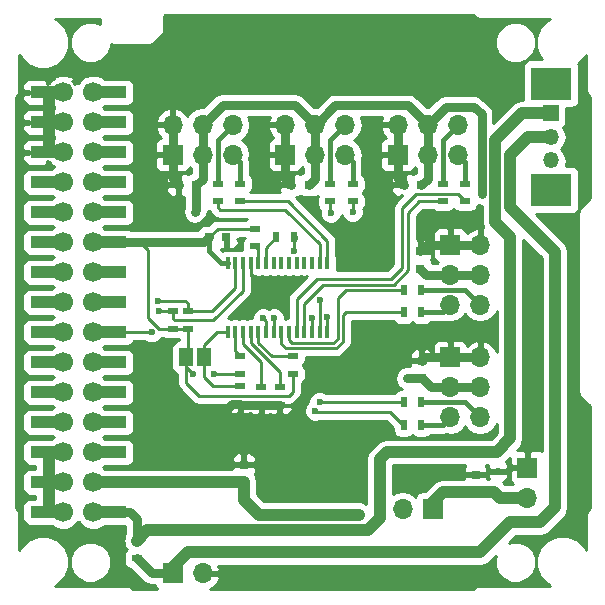
<source format=gtl>
G04 #@! TF.FileFunction,Copper,L1,Top,Signal*
%FSLAX46Y46*%
G04 Gerber Fmt 4.6, Leading zero omitted, Abs format (unit mm)*
G04 Created by KiCad (PCBNEW 4.0.7) date 09/04/18 00:03:24*
%MOMM*%
%LPD*%
G01*
G04 APERTURE LIST*
%ADD10C,0.100000*%
%ADD11R,0.750000X0.800000*%
%ADD12R,0.450000X0.600000*%
%ADD13R,0.800000X0.750000*%
%ADD14R,1.700000X1.700000*%
%ADD15O,1.700000X1.700000*%
%ADD16R,1.168400X1.600200*%
%ADD17R,0.500000X0.900000*%
%ADD18R,0.900000X0.500000*%
%ADD19R,3.500000X2.800000*%
%ADD20R,1.350000X1.350000*%
%ADD21O,1.350000X1.350000*%
%ADD22R,0.304800X0.990600*%
%ADD23R,3.150000X1.000000*%
%ADD24C,0.800000*%
%ADD25C,1.700000*%
%ADD26C,0.600000*%
%ADD27C,0.250000*%
%ADD28C,0.500000*%
%ADD29C,0.750000*%
%ADD30C,1.000000*%
%ADD31C,0.400000*%
%ADD32C,0.254000*%
G04 APERTURE END LIST*
D10*
D11*
X143624000Y-122598000D03*
X143624000Y-124098000D03*
D12*
X145529000Y-124398000D03*
X145529000Y-122298000D03*
D11*
X124000000Y-121750000D03*
X124000000Y-123250000D03*
D13*
X122530000Y-102520000D03*
X121030000Y-102520000D03*
D11*
X139052000Y-112946000D03*
X139052000Y-114446000D03*
X138925000Y-103675000D03*
X138925000Y-105175000D03*
D13*
X137540000Y-98075000D03*
X139040000Y-98075000D03*
X128015000Y-98075000D03*
X129515000Y-98075000D03*
X118490000Y-98075000D03*
X119990000Y-98075000D03*
D14*
X140000000Y-125500000D03*
D15*
X137460000Y-125500000D03*
D14*
X148000000Y-122000000D03*
D15*
X148000000Y-124540000D03*
D14*
X117970000Y-130968000D03*
D15*
X120510000Y-130968000D03*
D14*
X141465000Y-112680000D03*
D15*
X144005000Y-112680000D03*
X141465000Y-115220000D03*
X144005000Y-115220000D03*
X141465000Y-117760000D03*
X144005000Y-117760000D03*
D14*
X141465000Y-103155000D03*
D15*
X144005000Y-103155000D03*
X141465000Y-105695000D03*
X144005000Y-105695000D03*
X141465000Y-108235000D03*
X144005000Y-108235000D03*
D14*
X137020000Y-95535000D03*
D15*
X137020000Y-92995000D03*
X139560000Y-95535000D03*
X139560000Y-92995000D03*
X142100000Y-95535000D03*
X142100000Y-92995000D03*
D14*
X127495000Y-95535000D03*
D15*
X127495000Y-92995000D03*
X130035000Y-95535000D03*
X130035000Y-92995000D03*
X132575000Y-95535000D03*
X132575000Y-92995000D03*
D14*
X117970000Y-95535000D03*
D15*
X117970000Y-92995000D03*
X120510000Y-95535000D03*
X120510000Y-92995000D03*
X123050000Y-95535000D03*
X123050000Y-92995000D03*
D16*
X119113000Y-112680000D03*
X120637000Y-112680000D03*
D17*
X139040000Y-118395000D03*
X137540000Y-118395000D03*
X137540000Y-116490000D03*
X139040000Y-116490000D03*
X139040000Y-108870000D03*
X137540000Y-108870000D03*
X137540000Y-106965000D03*
X139040000Y-106965000D03*
D18*
X142735000Y-97960000D03*
X142735000Y-99460000D03*
X140830000Y-99460000D03*
X140830000Y-97960000D03*
X133210000Y-97960000D03*
X133210000Y-99460000D03*
X131305000Y-99460000D03*
X131305000Y-97960000D03*
X123685000Y-97960000D03*
X123685000Y-99460000D03*
X121780000Y-99460000D03*
X121780000Y-97960000D03*
X114922000Y-128186000D03*
X114922000Y-129686000D03*
X117970000Y-108755000D03*
X117970000Y-110255000D03*
X119240000Y-108755000D03*
X119240000Y-110255000D03*
D17*
X126745000Y-102520000D03*
X128245000Y-102520000D03*
D18*
X124955000Y-103270000D03*
X124955000Y-101770000D03*
X128130000Y-112565000D03*
X128130000Y-114065000D03*
X127050500Y-116668500D03*
X127050500Y-115168500D03*
X125463000Y-116668500D03*
X125463000Y-115168500D03*
X123685000Y-112565000D03*
X123685000Y-114065000D03*
X123685000Y-116605000D03*
X123685000Y-115105000D03*
D19*
X150000000Y-98500000D03*
D20*
X150000000Y-92000000D03*
D21*
X150000000Y-94000000D03*
X150000000Y-96000000D03*
D19*
X150000000Y-89500000D03*
D22*
X122635980Y-110515920D03*
X123286220Y-110515920D03*
X123936460Y-110515920D03*
X124586700Y-110515920D03*
X125236940Y-110515920D03*
X125887180Y-110515920D03*
X126537420Y-110515920D03*
X127182580Y-110515920D03*
X127832820Y-110515920D03*
X128483060Y-110515920D03*
X129133300Y-110515920D03*
X129783540Y-110515920D03*
X130433780Y-110515920D03*
X131084020Y-110515920D03*
X131084020Y-104684080D03*
X130433780Y-104684080D03*
X129783540Y-104684080D03*
X129133300Y-104684080D03*
X128483060Y-104684080D03*
X127832820Y-104684080D03*
X127182580Y-104684080D03*
X126537420Y-104684080D03*
X125887180Y-104684080D03*
X125236940Y-104684080D03*
X124586700Y-104684080D03*
X123936460Y-104684080D03*
X123286220Y-104684080D03*
X122635980Y-104684080D03*
D23*
X107475000Y-90220000D03*
X107475000Y-102920000D03*
X107475000Y-100380000D03*
X107475000Y-97840000D03*
X107475000Y-95300000D03*
X107475000Y-92760000D03*
D24*
X106825000Y-90220000D03*
D23*
X112525000Y-90220000D03*
X112525000Y-92760000D03*
X112525000Y-95300000D03*
X112525000Y-97840000D03*
X112525000Y-100380000D03*
X112525000Y-102920000D03*
X107475000Y-105460000D03*
X112525000Y-105460000D03*
X107475000Y-108000000D03*
X112525000Y-108000000D03*
X107475000Y-110540000D03*
X112525000Y-110540000D03*
X107475000Y-113080000D03*
X112525000Y-113080000D03*
X107475000Y-115620000D03*
X112525000Y-115620000D03*
X107475000Y-118160000D03*
X112525000Y-118160000D03*
X107475000Y-120700000D03*
X112525000Y-120700000D03*
X107475000Y-123240000D03*
X112525000Y-123240000D03*
X107475000Y-125780000D03*
X112525000Y-125780000D03*
D24*
X106825000Y-92760000D03*
X106825000Y-95300000D03*
X106825000Y-97840000D03*
X106825000Y-100380000D03*
X106825000Y-102920000D03*
X106825000Y-105460000D03*
X106825000Y-108000000D03*
X106825000Y-110540000D03*
X106825000Y-113080000D03*
X106825000Y-115620000D03*
X106825000Y-118160000D03*
X106825000Y-120700000D03*
X106825000Y-123240000D03*
X106825000Y-125780000D03*
X113175000Y-90220000D03*
X113175000Y-92760000D03*
X113175000Y-95300000D03*
X113175000Y-97840000D03*
X113175000Y-100380000D03*
X113175000Y-102920000D03*
X113175000Y-105460000D03*
X113175000Y-108000000D03*
X113175000Y-110540000D03*
X113175000Y-113080000D03*
X113175000Y-115620000D03*
X113175000Y-118160000D03*
X113175000Y-120700000D03*
X113175000Y-123240000D03*
X113175000Y-125780000D03*
D25*
X108730000Y-90220000D03*
X111270000Y-90220000D03*
X108730000Y-92760000D03*
X111270000Y-92760000D03*
X108730000Y-95300000D03*
X111270000Y-95300000D03*
X108730000Y-97840000D03*
X111270000Y-97840000D03*
X108730000Y-100380000D03*
X111270000Y-100380000D03*
X108730000Y-102920000D03*
X111270000Y-102920000D03*
X108730000Y-105460000D03*
X111270000Y-105460000D03*
X108730000Y-108000000D03*
X111270000Y-108000000D03*
X108730000Y-110540000D03*
X111270000Y-110540000D03*
X108730000Y-113080000D03*
X111270000Y-113080000D03*
X108730000Y-115620000D03*
X111270000Y-115620000D03*
X108730000Y-118160000D03*
X111270000Y-118160000D03*
X108730000Y-120700000D03*
X111270000Y-120700000D03*
X108730000Y-123240000D03*
X111270000Y-123240000D03*
X108730000Y-125780000D03*
X111270000Y-125780000D03*
D26*
X125336000Y-122586000D03*
X127876000Y-122586000D03*
X133464000Y-122586000D03*
X137528000Y-122586000D03*
X148450000Y-105949000D03*
X148450000Y-114839000D03*
X122542000Y-117061500D03*
X122542000Y-121824000D03*
X131051000Y-109251000D03*
X128257000Y-103663000D03*
X122542000Y-103409000D03*
X124891500Y-106012500D03*
X133750000Y-126000000D03*
X119849600Y-100335600D03*
X137782000Y-114458000D03*
X144132000Y-98837000D03*
X119684500Y-114077000D03*
X121462500Y-114077000D03*
X116750800Y-107904800D03*
X116801600Y-108768400D03*
X116192000Y-110546400D03*
X130035000Y-117188500D03*
X125653500Y-109378000D03*
X126542500Y-109378000D03*
X130416000Y-116490000D03*
X133210000Y-100361000D03*
X129781000Y-109378000D03*
X131368500Y-100424500D03*
X130416000Y-107854000D03*
D27*
X143624000Y-122598000D02*
X137540000Y-122598000D01*
X133464000Y-122586000D02*
X127876000Y-122586000D01*
X137540000Y-122598000D02*
X137528000Y-122586000D01*
D28*
X148450000Y-114839000D02*
X148450000Y-105949000D01*
D29*
X123685000Y-116605000D02*
X122998500Y-116605000D01*
X122998500Y-116605000D02*
X122542000Y-117061500D01*
X122998500Y-116605000D02*
X122542000Y-117061500D01*
X122542000Y-117061500D02*
X122542000Y-121824000D01*
X125463000Y-116668500D02*
X123748500Y-116668500D01*
X123748500Y-116668500D02*
X123685000Y-116605000D01*
X127050500Y-116668500D02*
X125463000Y-116668500D01*
D27*
X131084020Y-110515920D02*
X131084020Y-109284020D01*
X131084020Y-109284020D02*
X131051000Y-109251000D01*
X128245000Y-102520000D02*
X128245000Y-103651000D01*
X128245000Y-103651000D02*
X128257000Y-103663000D01*
X122530000Y-102520000D02*
X122542000Y-103409000D01*
X124586700Y-104684080D02*
X124586700Y-105707700D01*
X124586700Y-105707700D02*
X124891500Y-106012500D01*
D29*
X137020000Y-95535000D02*
X137020000Y-97555000D01*
X137020000Y-97555000D02*
X137540000Y-98075000D01*
X137020000Y-92995000D02*
X137020000Y-95535000D01*
X127495000Y-95535000D02*
X127495000Y-97555000D01*
X127495000Y-97555000D02*
X128015000Y-98075000D01*
X127495000Y-92995000D02*
X127495000Y-95535000D01*
X117970000Y-95535000D02*
X117970000Y-97555000D01*
X117970000Y-97555000D02*
X118490000Y-98075000D01*
X117970000Y-92995000D02*
X117970000Y-95535000D01*
X141465000Y-103155000D02*
X144005000Y-103155000D01*
X141465000Y-103155000D02*
X139445000Y-103155000D01*
X139445000Y-103155000D02*
X138925000Y-103675000D01*
X141465000Y-112680000D02*
X139318000Y-112680000D01*
X139318000Y-112680000D02*
X139052000Y-112946000D01*
X141465000Y-112680000D02*
X144005000Y-112680000D01*
D30*
X107475000Y-92760000D02*
X107475000Y-95300000D01*
X107475000Y-90220000D02*
X107475000Y-92760000D01*
D27*
X107475000Y-90220000D02*
X107780000Y-90220000D01*
D30*
X124000000Y-123250000D02*
X124000000Y-124750000D01*
X125250000Y-126000000D02*
X133750000Y-126000000D01*
X124000000Y-124750000D02*
X125250000Y-126000000D01*
X112525000Y-123240000D02*
X123990000Y-123240000D01*
X123990000Y-123240000D02*
X124000000Y-123250000D01*
X112544000Y-123221000D02*
X112525000Y-123240000D01*
X107475000Y-123240000D02*
X107475000Y-125780000D01*
X107475000Y-120700000D02*
X107475000Y-123240000D01*
X145402000Y-120681000D02*
X136131000Y-120681000D01*
X146545000Y-119538000D02*
X145402000Y-120681000D01*
X150000000Y-92000000D02*
X147540000Y-92000000D01*
X115823000Y-127285000D02*
X114922000Y-128186000D01*
X134480000Y-127285000D02*
X115823000Y-127285000D01*
X145275000Y-101250000D02*
X146354500Y-102329500D01*
X146354500Y-102329500D02*
X146545000Y-102520000D01*
X145275000Y-94265000D02*
X145275000Y-101250000D01*
X147540000Y-92000000D02*
X145275000Y-94265000D01*
X146545000Y-102520000D02*
X146545000Y-119538000D01*
X135496000Y-126269000D02*
X134480000Y-127285000D01*
X135496000Y-121316000D02*
X135496000Y-126269000D01*
X136131000Y-120681000D02*
X135496000Y-121316000D01*
D29*
X112525000Y-125780000D02*
X114369500Y-125780000D01*
X114922000Y-126332500D02*
X114922000Y-128186000D01*
X114369500Y-125780000D02*
X114922000Y-126332500D01*
D30*
X143624000Y-124098000D02*
X140842000Y-124098000D01*
X140842000Y-124098000D02*
X140000000Y-124940000D01*
X140000000Y-124940000D02*
X140000000Y-125500000D01*
X143624000Y-124098000D02*
X145229000Y-124098000D01*
X145229000Y-124098000D02*
X145529000Y-124398000D01*
D29*
X119990000Y-100195200D02*
X119849600Y-100335600D01*
X119990000Y-98075000D02*
X119990000Y-100195200D01*
X139052000Y-114446000D02*
X137794000Y-114446000D01*
X137782000Y-114458000D02*
X137794000Y-114446000D01*
D30*
X148000000Y-124540000D02*
X145671000Y-124540000D01*
D29*
X144132000Y-98837000D02*
X144132000Y-98710000D01*
X144005000Y-105695000D02*
X144259000Y-105695000D01*
X141084000Y-91471000D02*
X139560000Y-92995000D01*
X143497000Y-91471000D02*
X141084000Y-91471000D01*
X144132000Y-92106000D02*
X143497000Y-91471000D01*
X144132000Y-98710000D02*
X144132000Y-92106000D01*
X144005000Y-105695000D02*
X144005000Y-105758500D01*
X139560000Y-92995000D02*
X139623500Y-92995000D01*
X130035000Y-92995000D02*
X130098500Y-92995000D01*
X130098500Y-92995000D02*
X131749500Y-91344000D01*
X137909000Y-91344000D02*
X139560000Y-92995000D01*
X131749500Y-91344000D02*
X137909000Y-91344000D01*
X120510000Y-92995000D02*
X122224500Y-91280500D01*
X128320500Y-91280500D02*
X130035000Y-92995000D01*
X122224500Y-91280500D02*
X128320500Y-91280500D01*
X139560000Y-95535000D02*
X139560000Y-97555000D01*
X139560000Y-97555000D02*
X139040000Y-98075000D01*
X139560000Y-92995000D02*
X139560000Y-95535000D01*
X130035000Y-95535000D02*
X130035000Y-97555000D01*
X130035000Y-97555000D02*
X129515000Y-98075000D01*
X130035000Y-92995000D02*
X130035000Y-95535000D01*
X120510000Y-95535000D02*
X120510000Y-97555000D01*
X120510000Y-97555000D02*
X119990000Y-98075000D01*
X120510000Y-92995000D02*
X120510000Y-95535000D01*
X144005000Y-105695000D02*
X141465000Y-105695000D01*
X141465000Y-105695000D02*
X139445000Y-105695000D01*
X139445000Y-105695000D02*
X138925000Y-105175000D01*
X141465000Y-115220000D02*
X139826000Y-115220000D01*
X139826000Y-115220000D02*
X139052000Y-114446000D01*
X141465000Y-115220000D02*
X144005000Y-115220000D01*
X112525000Y-102920000D02*
X120630000Y-102920000D01*
X120630000Y-102920000D02*
X121030000Y-102520000D01*
D27*
X123685000Y-114065000D02*
X121474500Y-114065000D01*
X119113000Y-113505500D02*
X119113000Y-112680000D01*
X119684500Y-114077000D02*
X119113000Y-113505500D01*
X121474500Y-114065000D02*
X121462500Y-114077000D01*
X119113000Y-112680000D02*
X119113000Y-114839000D01*
X128130000Y-115601000D02*
X128130000Y-114065000D01*
X127812500Y-115918500D02*
X128130000Y-115601000D01*
X120192500Y-115918500D02*
X127812500Y-115918500D01*
X119113000Y-114839000D02*
X120192500Y-115918500D01*
X119240000Y-110255000D02*
X119240000Y-112553000D01*
X119240000Y-112553000D02*
X119113000Y-112680000D01*
X117970000Y-110255000D02*
X119240000Y-110255000D01*
X112525000Y-102920000D02*
X115195000Y-102920000D01*
X116815000Y-110255000D02*
X117970000Y-110255000D01*
X115874500Y-109314500D02*
X116815000Y-110255000D01*
X115874500Y-103599500D02*
X115874500Y-109314500D01*
X115195000Y-102920000D02*
X115874500Y-103599500D01*
X124955000Y-101770000D02*
X121780000Y-101770000D01*
X121780000Y-101770000D02*
X121030000Y-102520000D01*
D31*
X121030000Y-102520000D02*
X121030000Y-103675000D01*
X122039080Y-104684080D02*
X122635980Y-104684080D01*
X121030000Y-103675000D02*
X122039080Y-104684080D01*
D27*
X119240000Y-108755000D02*
X119240000Y-108108000D01*
X119036800Y-107904800D02*
X116750800Y-107904800D01*
X119240000Y-108108000D02*
X119036800Y-107904800D01*
X119240000Y-108755000D02*
X121323500Y-108755000D01*
X123286220Y-106792280D02*
X123286220Y-104684080D01*
X121323500Y-108755000D02*
X123286220Y-106792280D01*
X107475000Y-110540000D02*
X107664000Y-110540000D01*
X119113000Y-108628000D02*
X119240000Y-108755000D01*
X117970000Y-108755000D02*
X117970000Y-109378000D01*
X123936460Y-107018340D02*
X123936460Y-104684080D01*
X121424400Y-109530400D02*
X123936460Y-107018340D01*
X118122400Y-109530400D02*
X121424400Y-109530400D01*
X117970000Y-109378000D02*
X118122400Y-109530400D01*
X112525000Y-110540000D02*
X116185600Y-110540000D01*
X116815000Y-108755000D02*
X117970000Y-108755000D01*
X116801600Y-108768400D02*
X116815000Y-108755000D01*
X116185600Y-110540000D02*
X116192000Y-110546400D01*
D30*
X117970000Y-130968000D02*
X117970000Y-130460000D01*
X117970000Y-130460000D02*
X119240000Y-129190000D01*
X148080000Y-94000000D02*
X150000000Y-94000000D01*
X146545000Y-95535000D02*
X148080000Y-94000000D01*
X146545000Y-99980000D02*
X146545000Y-95535000D01*
X150355000Y-103790000D02*
X146545000Y-99980000D01*
X150355000Y-125380000D02*
X150355000Y-103790000D01*
X149085000Y-126650000D02*
X150355000Y-125380000D01*
X146545000Y-126650000D02*
X149085000Y-126650000D01*
X144005000Y-129190000D02*
X146545000Y-126650000D01*
X119240000Y-129190000D02*
X144005000Y-129190000D01*
D29*
X117970000Y-130968000D02*
X116204000Y-130968000D01*
X116204000Y-130968000D02*
X114922000Y-129686000D01*
D31*
X139040000Y-118395000D02*
X140830000Y-118395000D01*
X140830000Y-118395000D02*
X141465000Y-117760000D01*
X139040000Y-116490000D02*
X142735000Y-116490000D01*
X142735000Y-116490000D02*
X144005000Y-117760000D01*
X139040000Y-108870000D02*
X140830000Y-108870000D01*
X140830000Y-108870000D02*
X141465000Y-108235000D01*
X139040000Y-106965000D02*
X142735000Y-106965000D01*
X142735000Y-106965000D02*
X144005000Y-108235000D01*
X142735000Y-97960000D02*
X142735000Y-96170000D01*
X142735000Y-96170000D02*
X142100000Y-95535000D01*
X140830000Y-97960000D02*
X140830000Y-94265000D01*
X140830000Y-94265000D02*
X142100000Y-92995000D01*
X133210000Y-97960000D02*
X133210000Y-96170000D01*
X133210000Y-96170000D02*
X132575000Y-95535000D01*
X131305000Y-97960000D02*
X131305000Y-94265000D01*
X131305000Y-94265000D02*
X132575000Y-92995000D01*
X123685000Y-97960000D02*
X123685000Y-96170000D01*
X123685000Y-96170000D02*
X123050000Y-95535000D01*
X121780000Y-97960000D02*
X121780000Y-94265000D01*
X121780000Y-94265000D02*
X123050000Y-92995000D01*
D27*
X120637000Y-112680000D02*
X120637000Y-114331000D01*
X121411000Y-115105000D02*
X123685000Y-115105000D01*
X120637000Y-114331000D02*
X121411000Y-115105000D01*
X122635980Y-110515920D02*
X121721580Y-110515920D01*
X120637000Y-111600500D02*
X120637000Y-112680000D01*
X121721580Y-110515920D02*
X120637000Y-111600500D01*
X123286220Y-110515920D02*
X123286220Y-112166220D01*
X123286220Y-112166220D02*
X123685000Y-112565000D01*
X123936460Y-110515920D02*
X123936460Y-111534460D01*
X125463000Y-113061000D02*
X125463000Y-115168500D01*
X123936460Y-111534460D02*
X125463000Y-113061000D01*
X124586700Y-110515920D02*
X124586700Y-111473500D01*
X127050500Y-113937300D02*
X127050500Y-115168500D01*
X124586700Y-111473500D02*
X127050500Y-113937300D01*
X125236940Y-110515920D02*
X125236940Y-111437940D01*
X126364000Y-112565000D02*
X128130000Y-112565000D01*
X125236940Y-111437940D02*
X126364000Y-112565000D01*
X125236940Y-104684080D02*
X125236940Y-103551940D01*
X125236940Y-103551940D02*
X124955000Y-103270000D01*
X136385000Y-117315500D02*
X137464500Y-118395000D01*
X136385000Y-117315500D02*
X130162000Y-117315500D01*
X130162000Y-117315500D02*
X130035000Y-117188500D01*
X125887180Y-110515920D02*
X125887180Y-109611680D01*
X125887180Y-109611680D02*
X125653500Y-109378000D01*
X125653500Y-109378000D02*
X125633180Y-109357680D01*
X137540000Y-118395000D02*
X137464500Y-118395000D01*
X137540000Y-116490000D02*
X130416000Y-116490000D01*
X126537420Y-109383080D02*
X126537420Y-110515920D01*
X126542500Y-109378000D02*
X126537420Y-109383080D01*
X137540000Y-108870000D02*
X132624002Y-108870000D01*
X127182580Y-111542080D02*
X127182580Y-110515920D01*
X127558500Y-111918000D02*
X127182580Y-111542080D01*
X131813000Y-111918000D02*
X127558500Y-111918000D01*
X132384500Y-111346500D02*
X131813000Y-111918000D01*
X132384500Y-109109502D02*
X132384500Y-111346500D01*
X132624002Y-108870000D02*
X132384500Y-109109502D01*
X127832820Y-110515920D02*
X127832820Y-111239820D01*
X132638500Y-106965000D02*
X137540000Y-106965000D01*
X131940000Y-107663500D02*
X132638500Y-106965000D01*
X131940000Y-111092500D02*
X131940000Y-107663500D01*
X131559000Y-111473500D02*
X131940000Y-111092500D01*
X128066500Y-111473500D02*
X131559000Y-111473500D01*
X127832820Y-111239820D02*
X128066500Y-111473500D01*
X137401000Y-100043500D02*
X137401000Y-105123500D01*
X137401000Y-100043500D02*
X138607500Y-98837000D01*
X138607500Y-98837000D02*
X142112000Y-98837000D01*
X142735000Y-99460000D02*
X142112000Y-98837000D01*
X128483060Y-107754940D02*
X128483060Y-110515920D01*
X130162000Y-106076000D02*
X128483060Y-107754940D01*
X136448500Y-106076000D02*
X130162000Y-106076000D01*
X137401000Y-105123500D02*
X136448500Y-106076000D01*
X137909000Y-100424500D02*
X137909000Y-105314000D01*
X138873500Y-99460000D02*
X137909000Y-100424500D01*
X140830000Y-99460000D02*
X138873500Y-99460000D01*
X129133300Y-108120700D02*
X129133300Y-110515920D01*
X130747998Y-106506002D02*
X129133300Y-108120700D01*
X136716998Y-106506002D02*
X130747998Y-106506002D01*
X137909000Y-105314000D02*
X136716998Y-106506002D01*
X129783540Y-110515920D02*
X129783540Y-109380540D01*
X133210000Y-100361000D02*
X133210000Y-99460000D01*
X129783540Y-109380540D02*
X129781000Y-109378000D01*
X130433780Y-110515920D02*
X130433780Y-107871780D01*
X131305000Y-100361000D02*
X131305000Y-99460000D01*
X131368500Y-100424500D02*
X131305000Y-100361000D01*
X130433780Y-107871780D02*
X130416000Y-107854000D01*
X123685000Y-99460000D02*
X127737000Y-99460000D01*
X131084020Y-102807020D02*
X131084020Y-104684080D01*
X127737000Y-99460000D02*
X131084020Y-102807020D01*
X121780000Y-99460000D02*
X121780000Y-99980000D01*
X130433780Y-103109280D02*
X130433780Y-104684080D01*
X127495000Y-100170500D02*
X130433780Y-103109280D01*
X121970500Y-100170500D02*
X127495000Y-100170500D01*
X121780000Y-99980000D02*
X121970500Y-100170500D01*
X125887180Y-104684080D02*
X125887180Y-103377820D01*
X125887180Y-103377820D02*
X126745000Y-102520000D01*
D32*
G36*
X152990000Y-90000000D02*
X153044046Y-90271705D01*
X153197954Y-90502046D01*
X153290000Y-90594092D01*
X153290000Y-99205908D01*
X152497954Y-99997954D01*
X152344046Y-100228295D01*
X152290000Y-100500000D01*
X152290000Y-115500000D01*
X152344046Y-115771705D01*
X152497954Y-116002046D01*
X153290000Y-116794092D01*
X153290000Y-125405908D01*
X153197954Y-125497954D01*
X153044046Y-125728295D01*
X152990000Y-126000000D01*
X152990000Y-128963500D01*
X152895845Y-128735628D01*
X152267679Y-128106364D01*
X151446519Y-127765389D01*
X150557381Y-127764613D01*
X149735628Y-128104155D01*
X149106364Y-128732321D01*
X148765389Y-129553481D01*
X148764613Y-130442619D01*
X149104155Y-131264372D01*
X149732321Y-131893636D01*
X149964392Y-131990000D01*
X144000000Y-131990000D01*
X143728295Y-132044046D01*
X143497954Y-132197954D01*
X143405908Y-132290000D01*
X121155349Y-132290000D01*
X121276924Y-132239645D01*
X121705183Y-131849358D01*
X121951486Y-131324892D01*
X121830819Y-131095000D01*
X120637000Y-131095000D01*
X120637000Y-131115000D01*
X120383000Y-131115000D01*
X120383000Y-131095000D01*
X120363000Y-131095000D01*
X120363000Y-130841000D01*
X120383000Y-130841000D01*
X120383000Y-130821000D01*
X120637000Y-130821000D01*
X120637000Y-130841000D01*
X121830819Y-130841000D01*
X121951486Y-130611108D01*
X121817122Y-130325000D01*
X144005000Y-130325000D01*
X144439346Y-130238603D01*
X144807566Y-129992566D01*
X145349477Y-129450655D01*
X145265301Y-129653373D01*
X145264699Y-130343599D01*
X145528281Y-130981515D01*
X146015918Y-131470004D01*
X146653373Y-131734699D01*
X147343599Y-131735301D01*
X147981515Y-131471719D01*
X148470004Y-130984082D01*
X148734699Y-130346627D01*
X148735301Y-129656401D01*
X148471719Y-129018485D01*
X147984082Y-128529996D01*
X147346627Y-128265301D01*
X146656401Y-128264699D01*
X146450256Y-128349876D01*
X147015133Y-127785000D01*
X149085000Y-127785000D01*
X149519346Y-127698603D01*
X149887566Y-127452566D01*
X151157566Y-126182566D01*
X151262848Y-126025000D01*
X151403603Y-125814346D01*
X151490000Y-125380000D01*
X151490000Y-103790000D01*
X151467125Y-103675000D01*
X151403604Y-103355655D01*
X151157566Y-102987434D01*
X148717572Y-100547440D01*
X151750000Y-100547440D01*
X151985317Y-100503162D01*
X152201441Y-100364090D01*
X152346431Y-100151890D01*
X152397440Y-99900000D01*
X152397440Y-97100000D01*
X152353162Y-96864683D01*
X152214090Y-96648559D01*
X152001890Y-96503569D01*
X151750000Y-96452560D01*
X151245644Y-96452560D01*
X151335664Y-96000000D01*
X151235946Y-95498685D01*
X150951974Y-95073690D01*
X150841689Y-95000000D01*
X150951974Y-94926310D01*
X151235946Y-94501315D01*
X151335664Y-94000000D01*
X151235946Y-93498685D01*
X151034992Y-93197936D01*
X151126441Y-93139090D01*
X151271431Y-92926890D01*
X151322440Y-92675000D01*
X151322440Y-91547440D01*
X151750000Y-91547440D01*
X151985317Y-91503162D01*
X152201441Y-91364090D01*
X152346431Y-91151890D01*
X152397440Y-90900000D01*
X152397440Y-88100000D01*
X152353162Y-87864683D01*
X152330644Y-87829689D01*
X152893636Y-87267679D01*
X152990000Y-87035608D01*
X152990000Y-90000000D01*
X152990000Y-90000000D01*
G37*
X152990000Y-90000000D02*
X153044046Y-90271705D01*
X153197954Y-90502046D01*
X153290000Y-90594092D01*
X153290000Y-99205908D01*
X152497954Y-99997954D01*
X152344046Y-100228295D01*
X152290000Y-100500000D01*
X152290000Y-115500000D01*
X152344046Y-115771705D01*
X152497954Y-116002046D01*
X153290000Y-116794092D01*
X153290000Y-125405908D01*
X153197954Y-125497954D01*
X153044046Y-125728295D01*
X152990000Y-126000000D01*
X152990000Y-128963500D01*
X152895845Y-128735628D01*
X152267679Y-128106364D01*
X151446519Y-127765389D01*
X150557381Y-127764613D01*
X149735628Y-128104155D01*
X149106364Y-128732321D01*
X148765389Y-129553481D01*
X148764613Y-130442619D01*
X149104155Y-131264372D01*
X149732321Y-131893636D01*
X149964392Y-131990000D01*
X144000000Y-131990000D01*
X143728295Y-132044046D01*
X143497954Y-132197954D01*
X143405908Y-132290000D01*
X121155349Y-132290000D01*
X121276924Y-132239645D01*
X121705183Y-131849358D01*
X121951486Y-131324892D01*
X121830819Y-131095000D01*
X120637000Y-131095000D01*
X120637000Y-131115000D01*
X120383000Y-131115000D01*
X120383000Y-131095000D01*
X120363000Y-131095000D01*
X120363000Y-130841000D01*
X120383000Y-130841000D01*
X120383000Y-130821000D01*
X120637000Y-130821000D01*
X120637000Y-130841000D01*
X121830819Y-130841000D01*
X121951486Y-130611108D01*
X121817122Y-130325000D01*
X144005000Y-130325000D01*
X144439346Y-130238603D01*
X144807566Y-129992566D01*
X145349477Y-129450655D01*
X145265301Y-129653373D01*
X145264699Y-130343599D01*
X145528281Y-130981515D01*
X146015918Y-131470004D01*
X146653373Y-131734699D01*
X147343599Y-131735301D01*
X147981515Y-131471719D01*
X148470004Y-130984082D01*
X148734699Y-130346627D01*
X148735301Y-129656401D01*
X148471719Y-129018485D01*
X147984082Y-128529996D01*
X147346627Y-128265301D01*
X146656401Y-128264699D01*
X146450256Y-128349876D01*
X147015133Y-127785000D01*
X149085000Y-127785000D01*
X149519346Y-127698603D01*
X149887566Y-127452566D01*
X151157566Y-126182566D01*
X151262848Y-126025000D01*
X151403603Y-125814346D01*
X151490000Y-125380000D01*
X151490000Y-103790000D01*
X151467125Y-103675000D01*
X151403604Y-103355655D01*
X151157566Y-102987434D01*
X148717572Y-100547440D01*
X151750000Y-100547440D01*
X151985317Y-100503162D01*
X152201441Y-100364090D01*
X152346431Y-100151890D01*
X152397440Y-99900000D01*
X152397440Y-97100000D01*
X152353162Y-96864683D01*
X152214090Y-96648559D01*
X152001890Y-96503569D01*
X151750000Y-96452560D01*
X151245644Y-96452560D01*
X151335664Y-96000000D01*
X151235946Y-95498685D01*
X150951974Y-95073690D01*
X150841689Y-95000000D01*
X150951974Y-94926310D01*
X151235946Y-94501315D01*
X151335664Y-94000000D01*
X151235946Y-93498685D01*
X151034992Y-93197936D01*
X151126441Y-93139090D01*
X151271431Y-92926890D01*
X151322440Y-92675000D01*
X151322440Y-91547440D01*
X151750000Y-91547440D01*
X151985317Y-91503162D01*
X152201441Y-91364090D01*
X152346431Y-91151890D01*
X152397440Y-90900000D01*
X152397440Y-88100000D01*
X152353162Y-87864683D01*
X152330644Y-87829689D01*
X152893636Y-87267679D01*
X152990000Y-87035608D01*
X152990000Y-90000000D01*
G36*
X143497954Y-83802046D02*
X143728295Y-83955954D01*
X144000000Y-84010000D01*
X149963500Y-84010000D01*
X149735628Y-84104155D01*
X149106364Y-84732321D01*
X148765389Y-85553481D01*
X148764613Y-86442619D01*
X149104155Y-87264372D01*
X149292015Y-87452560D01*
X148250000Y-87452560D01*
X148014683Y-87496838D01*
X147798559Y-87635910D01*
X147653569Y-87848110D01*
X147602560Y-88100000D01*
X147602560Y-90865000D01*
X147540000Y-90865000D01*
X147105654Y-90951397D01*
X146776335Y-91171441D01*
X146737434Y-91197434D01*
X145142000Y-92792868D01*
X145142000Y-92106000D01*
X145065118Y-91719490D01*
X144846178Y-91391822D01*
X144211178Y-90756822D01*
X143883510Y-90537882D01*
X143497000Y-90461000D01*
X141084000Y-90461000D01*
X140697489Y-90537882D01*
X140369822Y-90756822D01*
X139631512Y-91495132D01*
X139560000Y-91480907D01*
X139488488Y-91495132D01*
X138623178Y-90629822D01*
X138295510Y-90410882D01*
X137909000Y-90334000D01*
X131749505Y-90334000D01*
X131749500Y-90333999D01*
X131362990Y-90410882D01*
X131035322Y-90629822D01*
X130159477Y-91505667D01*
X130035000Y-91480907D01*
X129963488Y-91495132D01*
X129034678Y-90566322D01*
X128707010Y-90347382D01*
X128320500Y-90270500D01*
X122224500Y-90270500D01*
X121837990Y-90347382D01*
X121510322Y-90566322D01*
X120581512Y-91495132D01*
X120510000Y-91480907D01*
X119941715Y-91593946D01*
X119459946Y-91915853D01*
X119232298Y-92256553D01*
X119165183Y-92113642D01*
X118736924Y-91723355D01*
X118326890Y-91553524D01*
X118097000Y-91674845D01*
X118097000Y-92868000D01*
X118117000Y-92868000D01*
X118117000Y-93122000D01*
X118097000Y-93122000D01*
X118097000Y-95408000D01*
X118117000Y-95408000D01*
X118117000Y-95662000D01*
X118097000Y-95662000D01*
X118097000Y-96861250D01*
X118255750Y-97020000D01*
X118946310Y-97020000D01*
X119179699Y-96923327D01*
X119358327Y-96744698D01*
X119430597Y-96570223D01*
X119459946Y-96614147D01*
X119500000Y-96640910D01*
X119500000Y-97069495D01*
X119354683Y-97096838D01*
X119251354Y-97163329D01*
X119249698Y-97161673D01*
X119016309Y-97065000D01*
X118775750Y-97065000D01*
X118617000Y-97223750D01*
X118617000Y-97948000D01*
X118637000Y-97948000D01*
X118637000Y-98202000D01*
X118617000Y-98202000D01*
X118617000Y-98926250D01*
X118775750Y-99085000D01*
X118980000Y-99085000D01*
X118980000Y-99854028D01*
X118916482Y-99949090D01*
X118839600Y-100335600D01*
X118916482Y-100722110D01*
X119135422Y-101049778D01*
X119463090Y-101268718D01*
X119849600Y-101345600D01*
X120236110Y-101268718D01*
X120563778Y-101049778D01*
X120704178Y-100909378D01*
X120923118Y-100581710D01*
X120989869Y-100246138D01*
X121078110Y-100306431D01*
X121105315Y-100311940D01*
X121242599Y-100517401D01*
X121433099Y-100707901D01*
X121679661Y-100872648D01*
X121970500Y-100930500D01*
X124248452Y-100930500D01*
X124124905Y-101010000D01*
X121780000Y-101010000D01*
X121489160Y-101067852D01*
X121242599Y-101232599D01*
X120977638Y-101497560D01*
X120630000Y-101497560D01*
X120394683Y-101541838D01*
X120178559Y-101680910D01*
X120033569Y-101893110D01*
X120030149Y-101910000D01*
X114478386Y-101910000D01*
X114351890Y-101823569D01*
X114100000Y-101772560D01*
X112222838Y-101772560D01*
X112112283Y-101661812D01*
X112084443Y-101650252D01*
X112110086Y-101639656D01*
X112222498Y-101527440D01*
X114100000Y-101527440D01*
X114335317Y-101483162D01*
X114551441Y-101344090D01*
X114696431Y-101131890D01*
X114747440Y-100880000D01*
X114747440Y-99880000D01*
X114703162Y-99644683D01*
X114564090Y-99428559D01*
X114351890Y-99283569D01*
X114100000Y-99232560D01*
X112222838Y-99232560D01*
X112112283Y-99121812D01*
X112084443Y-99110252D01*
X112110086Y-99099656D01*
X112222498Y-98987440D01*
X114100000Y-98987440D01*
X114335317Y-98943162D01*
X114551441Y-98804090D01*
X114696431Y-98591890D01*
X114743238Y-98360750D01*
X117455000Y-98360750D01*
X117455000Y-98576310D01*
X117551673Y-98809699D01*
X117730302Y-98988327D01*
X117963691Y-99085000D01*
X118204250Y-99085000D01*
X118363000Y-98926250D01*
X118363000Y-98202000D01*
X117613750Y-98202000D01*
X117455000Y-98360750D01*
X114743238Y-98360750D01*
X114747440Y-98340000D01*
X114747440Y-97573690D01*
X117455000Y-97573690D01*
X117455000Y-97789250D01*
X117613750Y-97948000D01*
X118363000Y-97948000D01*
X118363000Y-97223750D01*
X118204250Y-97065000D01*
X117963691Y-97065000D01*
X117730302Y-97161673D01*
X117551673Y-97340301D01*
X117455000Y-97573690D01*
X114747440Y-97573690D01*
X114747440Y-97340000D01*
X114703162Y-97104683D01*
X114564090Y-96888559D01*
X114351890Y-96743569D01*
X114100000Y-96692560D01*
X112222838Y-96692560D01*
X112112283Y-96581812D01*
X112084443Y-96570252D01*
X112110086Y-96559656D01*
X112222498Y-96447440D01*
X114100000Y-96447440D01*
X114335317Y-96403162D01*
X114551441Y-96264090D01*
X114696431Y-96051890D01*
X114743238Y-95820750D01*
X116485000Y-95820750D01*
X116485000Y-96511309D01*
X116581673Y-96744698D01*
X116760301Y-96923327D01*
X116993690Y-97020000D01*
X117684250Y-97020000D01*
X117843000Y-96861250D01*
X117843000Y-95662000D01*
X116643750Y-95662000D01*
X116485000Y-95820750D01*
X114743238Y-95820750D01*
X114747440Y-95800000D01*
X114747440Y-94800000D01*
X114703162Y-94564683D01*
X114699307Y-94558691D01*
X116485000Y-94558691D01*
X116485000Y-95249250D01*
X116643750Y-95408000D01*
X117843000Y-95408000D01*
X117843000Y-93122000D01*
X116649181Y-93122000D01*
X116528514Y-93351892D01*
X116774817Y-93876358D01*
X116974208Y-94058070D01*
X116760301Y-94146673D01*
X116581673Y-94325302D01*
X116485000Y-94558691D01*
X114699307Y-94558691D01*
X114564090Y-94348559D01*
X114351890Y-94203569D01*
X114100000Y-94152560D01*
X112222838Y-94152560D01*
X112112283Y-94041812D01*
X112084443Y-94030252D01*
X112110086Y-94019656D01*
X112222498Y-93907440D01*
X114100000Y-93907440D01*
X114335317Y-93863162D01*
X114551441Y-93724090D01*
X114696431Y-93511890D01*
X114747440Y-93260000D01*
X114747440Y-92638108D01*
X116528514Y-92638108D01*
X116649181Y-92868000D01*
X117843000Y-92868000D01*
X117843000Y-91674845D01*
X117613110Y-91553524D01*
X117203076Y-91723355D01*
X116774817Y-92113642D01*
X116528514Y-92638108D01*
X114747440Y-92638108D01*
X114747440Y-92260000D01*
X114703162Y-92024683D01*
X114564090Y-91808559D01*
X114351890Y-91663569D01*
X114100000Y-91612560D01*
X112222838Y-91612560D01*
X112112283Y-91501812D01*
X112084443Y-91490252D01*
X112110086Y-91479656D01*
X112222498Y-91367440D01*
X114100000Y-91367440D01*
X114335317Y-91323162D01*
X114551441Y-91184090D01*
X114696431Y-90971890D01*
X114747440Y-90720000D01*
X114747440Y-89720000D01*
X114703162Y-89484683D01*
X114564090Y-89268559D01*
X114351890Y-89123569D01*
X114100000Y-89072560D01*
X112222838Y-89072560D01*
X112112283Y-88961812D01*
X111566681Y-88735258D01*
X110975911Y-88734743D01*
X110429914Y-88960344D01*
X110011812Y-89377717D01*
X109992049Y-89425312D01*
X109773958Y-89355647D01*
X109641334Y-89488271D01*
X109588327Y-89360301D01*
X109499210Y-89271185D01*
X109594353Y-89176042D01*
X109514080Y-88924741D01*
X108958721Y-88723282D01*
X108368542Y-88749685D01*
X107945920Y-88924741D01*
X107894729Y-89085000D01*
X107760750Y-89085000D01*
X107602000Y-89243750D01*
X107602000Y-89382493D01*
X107506778Y-89412910D01*
X107479630Y-89385762D01*
X107362745Y-89502647D01*
X107348000Y-89380483D01*
X107348000Y-89243750D01*
X107189250Y-89085000D01*
X105773691Y-89085000D01*
X105540302Y-89181673D01*
X105361673Y-89360301D01*
X105265000Y-89593690D01*
X105265000Y-89934250D01*
X105423750Y-90093000D01*
X105778600Y-90093000D01*
X105776691Y-90098931D01*
X105796921Y-90347000D01*
X105423750Y-90347000D01*
X105265000Y-90505750D01*
X105265000Y-90846310D01*
X105361673Y-91079699D01*
X105540302Y-91258327D01*
X105773691Y-91355000D01*
X107189250Y-91355000D01*
X107348000Y-91196250D01*
X107348000Y-91059517D01*
X107362745Y-90937353D01*
X107479630Y-91054238D01*
X107506778Y-91027090D01*
X107602000Y-91057507D01*
X107602000Y-91196250D01*
X107760750Y-91355000D01*
X107894729Y-91355000D01*
X107937852Y-91490000D01*
X107894729Y-91625000D01*
X107760750Y-91625000D01*
X107602000Y-91783750D01*
X107602000Y-91922493D01*
X107506778Y-91952910D01*
X107479630Y-91925762D01*
X107362745Y-92042647D01*
X107348000Y-91920483D01*
X107348000Y-91783750D01*
X107189250Y-91625000D01*
X105773691Y-91625000D01*
X105540302Y-91721673D01*
X105361673Y-91900301D01*
X105265000Y-92133690D01*
X105265000Y-92474250D01*
X105423750Y-92633000D01*
X105778600Y-92633000D01*
X105776691Y-92638931D01*
X105796921Y-92887000D01*
X105423750Y-92887000D01*
X105265000Y-93045750D01*
X105265000Y-93386310D01*
X105361673Y-93619699D01*
X105540302Y-93798327D01*
X105773691Y-93895000D01*
X107189250Y-93895000D01*
X107348000Y-93736250D01*
X107348000Y-93599517D01*
X107362745Y-93477353D01*
X107479630Y-93594238D01*
X107506778Y-93567090D01*
X107602000Y-93597507D01*
X107602000Y-93736250D01*
X107760750Y-93895000D01*
X107894729Y-93895000D01*
X107937852Y-94030000D01*
X107894729Y-94165000D01*
X107760750Y-94165000D01*
X107602000Y-94323750D01*
X107602000Y-94462493D01*
X107506778Y-94492910D01*
X107479630Y-94465762D01*
X107362745Y-94582647D01*
X107348000Y-94460483D01*
X107348000Y-94323750D01*
X107189250Y-94165000D01*
X105773691Y-94165000D01*
X105540302Y-94261673D01*
X105361673Y-94440301D01*
X105265000Y-94673690D01*
X105265000Y-95014250D01*
X105423750Y-95173000D01*
X105778600Y-95173000D01*
X105776691Y-95178931D01*
X105796921Y-95427000D01*
X105423750Y-95427000D01*
X105265000Y-95585750D01*
X105265000Y-95926310D01*
X105361673Y-96159699D01*
X105540302Y-96338327D01*
X105773691Y-96435000D01*
X107189250Y-96435000D01*
X107348000Y-96276250D01*
X107348000Y-96139517D01*
X107362745Y-96017353D01*
X107479630Y-96134238D01*
X107506778Y-96107090D01*
X107602000Y-96137507D01*
X107602000Y-96276250D01*
X107760750Y-96435000D01*
X107894729Y-96435000D01*
X107935181Y-96561640D01*
X107889914Y-96580344D01*
X107777502Y-96692560D01*
X105900000Y-96692560D01*
X105664683Y-96736838D01*
X105448559Y-96875910D01*
X105303569Y-97088110D01*
X105252560Y-97340000D01*
X105252560Y-98340000D01*
X105296838Y-98575317D01*
X105435910Y-98791441D01*
X105648110Y-98936431D01*
X105900000Y-98987440D01*
X107777162Y-98987440D01*
X107887717Y-99098188D01*
X107915557Y-99109748D01*
X107889914Y-99120344D01*
X107777502Y-99232560D01*
X105900000Y-99232560D01*
X105664683Y-99276838D01*
X105448559Y-99415910D01*
X105303569Y-99628110D01*
X105252560Y-99880000D01*
X105252560Y-100880000D01*
X105296838Y-101115317D01*
X105435910Y-101331441D01*
X105648110Y-101476431D01*
X105900000Y-101527440D01*
X107777162Y-101527440D01*
X107887717Y-101638188D01*
X107915557Y-101649748D01*
X107889914Y-101660344D01*
X107777502Y-101772560D01*
X105900000Y-101772560D01*
X105664683Y-101816838D01*
X105448559Y-101955910D01*
X105303569Y-102168110D01*
X105252560Y-102420000D01*
X105252560Y-103420000D01*
X105296838Y-103655317D01*
X105435910Y-103871441D01*
X105648110Y-104016431D01*
X105900000Y-104067440D01*
X107777162Y-104067440D01*
X107887717Y-104178188D01*
X107915557Y-104189748D01*
X107889914Y-104200344D01*
X107777502Y-104312560D01*
X105900000Y-104312560D01*
X105664683Y-104356838D01*
X105448559Y-104495910D01*
X105303569Y-104708110D01*
X105252560Y-104960000D01*
X105252560Y-105960000D01*
X105296838Y-106195317D01*
X105435910Y-106411441D01*
X105648110Y-106556431D01*
X105900000Y-106607440D01*
X107777162Y-106607440D01*
X107887717Y-106718188D01*
X107915557Y-106729748D01*
X107889914Y-106740344D01*
X107777502Y-106852560D01*
X105900000Y-106852560D01*
X105664683Y-106896838D01*
X105448559Y-107035910D01*
X105303569Y-107248110D01*
X105252560Y-107500000D01*
X105252560Y-108500000D01*
X105296838Y-108735317D01*
X105435910Y-108951441D01*
X105648110Y-109096431D01*
X105900000Y-109147440D01*
X107777162Y-109147440D01*
X107887717Y-109258188D01*
X107915557Y-109269748D01*
X107889914Y-109280344D01*
X107777502Y-109392560D01*
X105900000Y-109392560D01*
X105664683Y-109436838D01*
X105448559Y-109575910D01*
X105303569Y-109788110D01*
X105252560Y-110040000D01*
X105252560Y-111040000D01*
X105296838Y-111275317D01*
X105435910Y-111491441D01*
X105648110Y-111636431D01*
X105900000Y-111687440D01*
X107777162Y-111687440D01*
X107887717Y-111798188D01*
X107915557Y-111809748D01*
X107889914Y-111820344D01*
X107777502Y-111932560D01*
X105900000Y-111932560D01*
X105664683Y-111976838D01*
X105448559Y-112115910D01*
X105303569Y-112328110D01*
X105252560Y-112580000D01*
X105252560Y-113580000D01*
X105296838Y-113815317D01*
X105435910Y-114031441D01*
X105648110Y-114176431D01*
X105900000Y-114227440D01*
X107777162Y-114227440D01*
X107887717Y-114338188D01*
X107915557Y-114349748D01*
X107889914Y-114360344D01*
X107777502Y-114472560D01*
X105900000Y-114472560D01*
X105664683Y-114516838D01*
X105448559Y-114655910D01*
X105303569Y-114868110D01*
X105252560Y-115120000D01*
X105252560Y-116120000D01*
X105296838Y-116355317D01*
X105435910Y-116571441D01*
X105648110Y-116716431D01*
X105900000Y-116767440D01*
X107777162Y-116767440D01*
X107887717Y-116878188D01*
X107915557Y-116889748D01*
X107889914Y-116900344D01*
X107777502Y-117012560D01*
X105900000Y-117012560D01*
X105664683Y-117056838D01*
X105448559Y-117195910D01*
X105303569Y-117408110D01*
X105252560Y-117660000D01*
X105252560Y-118660000D01*
X105296838Y-118895317D01*
X105435910Y-119111441D01*
X105648110Y-119256431D01*
X105900000Y-119307440D01*
X107777162Y-119307440D01*
X107887717Y-119418188D01*
X107915557Y-119429748D01*
X107889914Y-119440344D01*
X107777502Y-119552560D01*
X105900000Y-119552560D01*
X105664683Y-119596838D01*
X105448559Y-119735910D01*
X105303569Y-119948110D01*
X105252560Y-120200000D01*
X105252560Y-121200000D01*
X105296838Y-121435317D01*
X105435910Y-121651441D01*
X105648110Y-121796431D01*
X105900000Y-121847440D01*
X106340000Y-121847440D01*
X106340000Y-122092560D01*
X105900000Y-122092560D01*
X105664683Y-122136838D01*
X105448559Y-122275910D01*
X105303569Y-122488110D01*
X105252560Y-122740000D01*
X105252560Y-123740000D01*
X105296838Y-123975317D01*
X105435910Y-124191441D01*
X105648110Y-124336431D01*
X105900000Y-124387440D01*
X106340000Y-124387440D01*
X106340000Y-124632560D01*
X105900000Y-124632560D01*
X105664683Y-124676838D01*
X105448559Y-124815910D01*
X105303569Y-125028110D01*
X105252560Y-125280000D01*
X105252560Y-126280000D01*
X105296838Y-126515317D01*
X105435910Y-126731441D01*
X105648110Y-126876431D01*
X105900000Y-126927440D01*
X107777162Y-126927440D01*
X107887717Y-127038188D01*
X108433319Y-127264742D01*
X109024089Y-127265257D01*
X109570086Y-127039656D01*
X109988188Y-126622283D01*
X109999748Y-126594443D01*
X110010344Y-126620086D01*
X110427717Y-127038188D01*
X110973319Y-127264742D01*
X111564089Y-127265257D01*
X112110086Y-127039656D01*
X112222498Y-126927440D01*
X113912000Y-126927440D01*
X113912000Y-127630791D01*
X113875569Y-127684110D01*
X113824560Y-127936000D01*
X113824560Y-127997174D01*
X113787000Y-128186000D01*
X113824560Y-128374826D01*
X113824560Y-128436000D01*
X113868838Y-128671317D01*
X114007910Y-128887441D01*
X114077711Y-128935134D01*
X114020559Y-128971910D01*
X113875569Y-129184110D01*
X113824560Y-129436000D01*
X113824560Y-129936000D01*
X113868838Y-130171317D01*
X114007910Y-130387441D01*
X114220110Y-130532431D01*
X114370537Y-130562893D01*
X115489822Y-131682178D01*
X115817490Y-131901118D01*
X116204000Y-131978000D01*
X116502666Y-131978000D01*
X116516838Y-132053317D01*
X116655910Y-132269441D01*
X116685999Y-132290000D01*
X114594092Y-132290000D01*
X114502046Y-132197954D01*
X114271705Y-132044046D01*
X114000000Y-131990000D01*
X108036500Y-131990000D01*
X108264372Y-131895845D01*
X108893636Y-131267679D01*
X109234611Y-130446519D01*
X109234700Y-130343599D01*
X109264699Y-130343599D01*
X109528281Y-130981515D01*
X110015918Y-131470004D01*
X110653373Y-131734699D01*
X111343599Y-131735301D01*
X111981515Y-131471719D01*
X112470004Y-130984082D01*
X112734699Y-130346627D01*
X112735301Y-129656401D01*
X112471719Y-129018485D01*
X111984082Y-128529996D01*
X111346627Y-128265301D01*
X110656401Y-128264699D01*
X110018485Y-128528281D01*
X109529996Y-129015918D01*
X109265301Y-129653373D01*
X109264699Y-130343599D01*
X109234700Y-130343599D01*
X109235387Y-129557381D01*
X108895845Y-128735628D01*
X108267679Y-128106364D01*
X107446519Y-127765389D01*
X106557381Y-127764613D01*
X105735628Y-128104155D01*
X105106364Y-128732321D01*
X105010000Y-128964392D01*
X105010000Y-126000000D01*
X104955954Y-125728295D01*
X104802046Y-125497954D01*
X104710000Y-125405908D01*
X104710000Y-90594092D01*
X104802046Y-90502046D01*
X104955954Y-90271705D01*
X105010000Y-90000000D01*
X105010000Y-87036500D01*
X105104155Y-87264372D01*
X105732321Y-87893636D01*
X106553481Y-88234611D01*
X107442619Y-88235387D01*
X108264372Y-87895845D01*
X108893636Y-87267679D01*
X109234611Y-86446519D01*
X109235387Y-85557381D01*
X108895845Y-84735628D01*
X108267679Y-84106364D01*
X108035608Y-84010000D01*
X111790000Y-84010000D01*
X111790000Y-84449406D01*
X111346627Y-84265301D01*
X110656401Y-84264699D01*
X110018485Y-84528281D01*
X109529996Y-85015918D01*
X109265301Y-85653373D01*
X109264699Y-86343599D01*
X109528281Y-86981515D01*
X110015918Y-87470004D01*
X110653373Y-87734699D01*
X111343599Y-87735301D01*
X111981515Y-87471719D01*
X112470004Y-86984082D01*
X112734699Y-86346627D01*
X112734701Y-86343599D01*
X145264699Y-86343599D01*
X145528281Y-86981515D01*
X146015918Y-87470004D01*
X146653373Y-87734699D01*
X147343599Y-87735301D01*
X147981515Y-87471719D01*
X148470004Y-86984082D01*
X148734699Y-86346627D01*
X148735301Y-85656401D01*
X148471719Y-85018485D01*
X147984082Y-84529996D01*
X147346627Y-84265301D01*
X146656401Y-84264699D01*
X146018485Y-84528281D01*
X145529996Y-85015918D01*
X145265301Y-85653373D01*
X145264699Y-86343599D01*
X112734701Y-86343599D01*
X112734864Y-86157261D01*
X113000000Y-86210000D01*
X116000000Y-86210000D01*
X116271705Y-86155954D01*
X116502046Y-86002046D01*
X117002046Y-85502046D01*
X117155954Y-85271705D01*
X117210000Y-85000000D01*
X117210000Y-83794092D01*
X117294092Y-83710000D01*
X143405908Y-83710000D01*
X143497954Y-83802046D01*
X143497954Y-83802046D01*
G37*
X143497954Y-83802046D02*
X143728295Y-83955954D01*
X144000000Y-84010000D01*
X149963500Y-84010000D01*
X149735628Y-84104155D01*
X149106364Y-84732321D01*
X148765389Y-85553481D01*
X148764613Y-86442619D01*
X149104155Y-87264372D01*
X149292015Y-87452560D01*
X148250000Y-87452560D01*
X148014683Y-87496838D01*
X147798559Y-87635910D01*
X147653569Y-87848110D01*
X147602560Y-88100000D01*
X147602560Y-90865000D01*
X147540000Y-90865000D01*
X147105654Y-90951397D01*
X146776335Y-91171441D01*
X146737434Y-91197434D01*
X145142000Y-92792868D01*
X145142000Y-92106000D01*
X145065118Y-91719490D01*
X144846178Y-91391822D01*
X144211178Y-90756822D01*
X143883510Y-90537882D01*
X143497000Y-90461000D01*
X141084000Y-90461000D01*
X140697489Y-90537882D01*
X140369822Y-90756822D01*
X139631512Y-91495132D01*
X139560000Y-91480907D01*
X139488488Y-91495132D01*
X138623178Y-90629822D01*
X138295510Y-90410882D01*
X137909000Y-90334000D01*
X131749505Y-90334000D01*
X131749500Y-90333999D01*
X131362990Y-90410882D01*
X131035322Y-90629822D01*
X130159477Y-91505667D01*
X130035000Y-91480907D01*
X129963488Y-91495132D01*
X129034678Y-90566322D01*
X128707010Y-90347382D01*
X128320500Y-90270500D01*
X122224500Y-90270500D01*
X121837990Y-90347382D01*
X121510322Y-90566322D01*
X120581512Y-91495132D01*
X120510000Y-91480907D01*
X119941715Y-91593946D01*
X119459946Y-91915853D01*
X119232298Y-92256553D01*
X119165183Y-92113642D01*
X118736924Y-91723355D01*
X118326890Y-91553524D01*
X118097000Y-91674845D01*
X118097000Y-92868000D01*
X118117000Y-92868000D01*
X118117000Y-93122000D01*
X118097000Y-93122000D01*
X118097000Y-95408000D01*
X118117000Y-95408000D01*
X118117000Y-95662000D01*
X118097000Y-95662000D01*
X118097000Y-96861250D01*
X118255750Y-97020000D01*
X118946310Y-97020000D01*
X119179699Y-96923327D01*
X119358327Y-96744698D01*
X119430597Y-96570223D01*
X119459946Y-96614147D01*
X119500000Y-96640910D01*
X119500000Y-97069495D01*
X119354683Y-97096838D01*
X119251354Y-97163329D01*
X119249698Y-97161673D01*
X119016309Y-97065000D01*
X118775750Y-97065000D01*
X118617000Y-97223750D01*
X118617000Y-97948000D01*
X118637000Y-97948000D01*
X118637000Y-98202000D01*
X118617000Y-98202000D01*
X118617000Y-98926250D01*
X118775750Y-99085000D01*
X118980000Y-99085000D01*
X118980000Y-99854028D01*
X118916482Y-99949090D01*
X118839600Y-100335600D01*
X118916482Y-100722110D01*
X119135422Y-101049778D01*
X119463090Y-101268718D01*
X119849600Y-101345600D01*
X120236110Y-101268718D01*
X120563778Y-101049778D01*
X120704178Y-100909378D01*
X120923118Y-100581710D01*
X120989869Y-100246138D01*
X121078110Y-100306431D01*
X121105315Y-100311940D01*
X121242599Y-100517401D01*
X121433099Y-100707901D01*
X121679661Y-100872648D01*
X121970500Y-100930500D01*
X124248452Y-100930500D01*
X124124905Y-101010000D01*
X121780000Y-101010000D01*
X121489160Y-101067852D01*
X121242599Y-101232599D01*
X120977638Y-101497560D01*
X120630000Y-101497560D01*
X120394683Y-101541838D01*
X120178559Y-101680910D01*
X120033569Y-101893110D01*
X120030149Y-101910000D01*
X114478386Y-101910000D01*
X114351890Y-101823569D01*
X114100000Y-101772560D01*
X112222838Y-101772560D01*
X112112283Y-101661812D01*
X112084443Y-101650252D01*
X112110086Y-101639656D01*
X112222498Y-101527440D01*
X114100000Y-101527440D01*
X114335317Y-101483162D01*
X114551441Y-101344090D01*
X114696431Y-101131890D01*
X114747440Y-100880000D01*
X114747440Y-99880000D01*
X114703162Y-99644683D01*
X114564090Y-99428559D01*
X114351890Y-99283569D01*
X114100000Y-99232560D01*
X112222838Y-99232560D01*
X112112283Y-99121812D01*
X112084443Y-99110252D01*
X112110086Y-99099656D01*
X112222498Y-98987440D01*
X114100000Y-98987440D01*
X114335317Y-98943162D01*
X114551441Y-98804090D01*
X114696431Y-98591890D01*
X114743238Y-98360750D01*
X117455000Y-98360750D01*
X117455000Y-98576310D01*
X117551673Y-98809699D01*
X117730302Y-98988327D01*
X117963691Y-99085000D01*
X118204250Y-99085000D01*
X118363000Y-98926250D01*
X118363000Y-98202000D01*
X117613750Y-98202000D01*
X117455000Y-98360750D01*
X114743238Y-98360750D01*
X114747440Y-98340000D01*
X114747440Y-97573690D01*
X117455000Y-97573690D01*
X117455000Y-97789250D01*
X117613750Y-97948000D01*
X118363000Y-97948000D01*
X118363000Y-97223750D01*
X118204250Y-97065000D01*
X117963691Y-97065000D01*
X117730302Y-97161673D01*
X117551673Y-97340301D01*
X117455000Y-97573690D01*
X114747440Y-97573690D01*
X114747440Y-97340000D01*
X114703162Y-97104683D01*
X114564090Y-96888559D01*
X114351890Y-96743569D01*
X114100000Y-96692560D01*
X112222838Y-96692560D01*
X112112283Y-96581812D01*
X112084443Y-96570252D01*
X112110086Y-96559656D01*
X112222498Y-96447440D01*
X114100000Y-96447440D01*
X114335317Y-96403162D01*
X114551441Y-96264090D01*
X114696431Y-96051890D01*
X114743238Y-95820750D01*
X116485000Y-95820750D01*
X116485000Y-96511309D01*
X116581673Y-96744698D01*
X116760301Y-96923327D01*
X116993690Y-97020000D01*
X117684250Y-97020000D01*
X117843000Y-96861250D01*
X117843000Y-95662000D01*
X116643750Y-95662000D01*
X116485000Y-95820750D01*
X114743238Y-95820750D01*
X114747440Y-95800000D01*
X114747440Y-94800000D01*
X114703162Y-94564683D01*
X114699307Y-94558691D01*
X116485000Y-94558691D01*
X116485000Y-95249250D01*
X116643750Y-95408000D01*
X117843000Y-95408000D01*
X117843000Y-93122000D01*
X116649181Y-93122000D01*
X116528514Y-93351892D01*
X116774817Y-93876358D01*
X116974208Y-94058070D01*
X116760301Y-94146673D01*
X116581673Y-94325302D01*
X116485000Y-94558691D01*
X114699307Y-94558691D01*
X114564090Y-94348559D01*
X114351890Y-94203569D01*
X114100000Y-94152560D01*
X112222838Y-94152560D01*
X112112283Y-94041812D01*
X112084443Y-94030252D01*
X112110086Y-94019656D01*
X112222498Y-93907440D01*
X114100000Y-93907440D01*
X114335317Y-93863162D01*
X114551441Y-93724090D01*
X114696431Y-93511890D01*
X114747440Y-93260000D01*
X114747440Y-92638108D01*
X116528514Y-92638108D01*
X116649181Y-92868000D01*
X117843000Y-92868000D01*
X117843000Y-91674845D01*
X117613110Y-91553524D01*
X117203076Y-91723355D01*
X116774817Y-92113642D01*
X116528514Y-92638108D01*
X114747440Y-92638108D01*
X114747440Y-92260000D01*
X114703162Y-92024683D01*
X114564090Y-91808559D01*
X114351890Y-91663569D01*
X114100000Y-91612560D01*
X112222838Y-91612560D01*
X112112283Y-91501812D01*
X112084443Y-91490252D01*
X112110086Y-91479656D01*
X112222498Y-91367440D01*
X114100000Y-91367440D01*
X114335317Y-91323162D01*
X114551441Y-91184090D01*
X114696431Y-90971890D01*
X114747440Y-90720000D01*
X114747440Y-89720000D01*
X114703162Y-89484683D01*
X114564090Y-89268559D01*
X114351890Y-89123569D01*
X114100000Y-89072560D01*
X112222838Y-89072560D01*
X112112283Y-88961812D01*
X111566681Y-88735258D01*
X110975911Y-88734743D01*
X110429914Y-88960344D01*
X110011812Y-89377717D01*
X109992049Y-89425312D01*
X109773958Y-89355647D01*
X109641334Y-89488271D01*
X109588327Y-89360301D01*
X109499210Y-89271185D01*
X109594353Y-89176042D01*
X109514080Y-88924741D01*
X108958721Y-88723282D01*
X108368542Y-88749685D01*
X107945920Y-88924741D01*
X107894729Y-89085000D01*
X107760750Y-89085000D01*
X107602000Y-89243750D01*
X107602000Y-89382493D01*
X107506778Y-89412910D01*
X107479630Y-89385762D01*
X107362745Y-89502647D01*
X107348000Y-89380483D01*
X107348000Y-89243750D01*
X107189250Y-89085000D01*
X105773691Y-89085000D01*
X105540302Y-89181673D01*
X105361673Y-89360301D01*
X105265000Y-89593690D01*
X105265000Y-89934250D01*
X105423750Y-90093000D01*
X105778600Y-90093000D01*
X105776691Y-90098931D01*
X105796921Y-90347000D01*
X105423750Y-90347000D01*
X105265000Y-90505750D01*
X105265000Y-90846310D01*
X105361673Y-91079699D01*
X105540302Y-91258327D01*
X105773691Y-91355000D01*
X107189250Y-91355000D01*
X107348000Y-91196250D01*
X107348000Y-91059517D01*
X107362745Y-90937353D01*
X107479630Y-91054238D01*
X107506778Y-91027090D01*
X107602000Y-91057507D01*
X107602000Y-91196250D01*
X107760750Y-91355000D01*
X107894729Y-91355000D01*
X107937852Y-91490000D01*
X107894729Y-91625000D01*
X107760750Y-91625000D01*
X107602000Y-91783750D01*
X107602000Y-91922493D01*
X107506778Y-91952910D01*
X107479630Y-91925762D01*
X107362745Y-92042647D01*
X107348000Y-91920483D01*
X107348000Y-91783750D01*
X107189250Y-91625000D01*
X105773691Y-91625000D01*
X105540302Y-91721673D01*
X105361673Y-91900301D01*
X105265000Y-92133690D01*
X105265000Y-92474250D01*
X105423750Y-92633000D01*
X105778600Y-92633000D01*
X105776691Y-92638931D01*
X105796921Y-92887000D01*
X105423750Y-92887000D01*
X105265000Y-93045750D01*
X105265000Y-93386310D01*
X105361673Y-93619699D01*
X105540302Y-93798327D01*
X105773691Y-93895000D01*
X107189250Y-93895000D01*
X107348000Y-93736250D01*
X107348000Y-93599517D01*
X107362745Y-93477353D01*
X107479630Y-93594238D01*
X107506778Y-93567090D01*
X107602000Y-93597507D01*
X107602000Y-93736250D01*
X107760750Y-93895000D01*
X107894729Y-93895000D01*
X107937852Y-94030000D01*
X107894729Y-94165000D01*
X107760750Y-94165000D01*
X107602000Y-94323750D01*
X107602000Y-94462493D01*
X107506778Y-94492910D01*
X107479630Y-94465762D01*
X107362745Y-94582647D01*
X107348000Y-94460483D01*
X107348000Y-94323750D01*
X107189250Y-94165000D01*
X105773691Y-94165000D01*
X105540302Y-94261673D01*
X105361673Y-94440301D01*
X105265000Y-94673690D01*
X105265000Y-95014250D01*
X105423750Y-95173000D01*
X105778600Y-95173000D01*
X105776691Y-95178931D01*
X105796921Y-95427000D01*
X105423750Y-95427000D01*
X105265000Y-95585750D01*
X105265000Y-95926310D01*
X105361673Y-96159699D01*
X105540302Y-96338327D01*
X105773691Y-96435000D01*
X107189250Y-96435000D01*
X107348000Y-96276250D01*
X107348000Y-96139517D01*
X107362745Y-96017353D01*
X107479630Y-96134238D01*
X107506778Y-96107090D01*
X107602000Y-96137507D01*
X107602000Y-96276250D01*
X107760750Y-96435000D01*
X107894729Y-96435000D01*
X107935181Y-96561640D01*
X107889914Y-96580344D01*
X107777502Y-96692560D01*
X105900000Y-96692560D01*
X105664683Y-96736838D01*
X105448559Y-96875910D01*
X105303569Y-97088110D01*
X105252560Y-97340000D01*
X105252560Y-98340000D01*
X105296838Y-98575317D01*
X105435910Y-98791441D01*
X105648110Y-98936431D01*
X105900000Y-98987440D01*
X107777162Y-98987440D01*
X107887717Y-99098188D01*
X107915557Y-99109748D01*
X107889914Y-99120344D01*
X107777502Y-99232560D01*
X105900000Y-99232560D01*
X105664683Y-99276838D01*
X105448559Y-99415910D01*
X105303569Y-99628110D01*
X105252560Y-99880000D01*
X105252560Y-100880000D01*
X105296838Y-101115317D01*
X105435910Y-101331441D01*
X105648110Y-101476431D01*
X105900000Y-101527440D01*
X107777162Y-101527440D01*
X107887717Y-101638188D01*
X107915557Y-101649748D01*
X107889914Y-101660344D01*
X107777502Y-101772560D01*
X105900000Y-101772560D01*
X105664683Y-101816838D01*
X105448559Y-101955910D01*
X105303569Y-102168110D01*
X105252560Y-102420000D01*
X105252560Y-103420000D01*
X105296838Y-103655317D01*
X105435910Y-103871441D01*
X105648110Y-104016431D01*
X105900000Y-104067440D01*
X107777162Y-104067440D01*
X107887717Y-104178188D01*
X107915557Y-104189748D01*
X107889914Y-104200344D01*
X107777502Y-104312560D01*
X105900000Y-104312560D01*
X105664683Y-104356838D01*
X105448559Y-104495910D01*
X105303569Y-104708110D01*
X105252560Y-104960000D01*
X105252560Y-105960000D01*
X105296838Y-106195317D01*
X105435910Y-106411441D01*
X105648110Y-106556431D01*
X105900000Y-106607440D01*
X107777162Y-106607440D01*
X107887717Y-106718188D01*
X107915557Y-106729748D01*
X107889914Y-106740344D01*
X107777502Y-106852560D01*
X105900000Y-106852560D01*
X105664683Y-106896838D01*
X105448559Y-107035910D01*
X105303569Y-107248110D01*
X105252560Y-107500000D01*
X105252560Y-108500000D01*
X105296838Y-108735317D01*
X105435910Y-108951441D01*
X105648110Y-109096431D01*
X105900000Y-109147440D01*
X107777162Y-109147440D01*
X107887717Y-109258188D01*
X107915557Y-109269748D01*
X107889914Y-109280344D01*
X107777502Y-109392560D01*
X105900000Y-109392560D01*
X105664683Y-109436838D01*
X105448559Y-109575910D01*
X105303569Y-109788110D01*
X105252560Y-110040000D01*
X105252560Y-111040000D01*
X105296838Y-111275317D01*
X105435910Y-111491441D01*
X105648110Y-111636431D01*
X105900000Y-111687440D01*
X107777162Y-111687440D01*
X107887717Y-111798188D01*
X107915557Y-111809748D01*
X107889914Y-111820344D01*
X107777502Y-111932560D01*
X105900000Y-111932560D01*
X105664683Y-111976838D01*
X105448559Y-112115910D01*
X105303569Y-112328110D01*
X105252560Y-112580000D01*
X105252560Y-113580000D01*
X105296838Y-113815317D01*
X105435910Y-114031441D01*
X105648110Y-114176431D01*
X105900000Y-114227440D01*
X107777162Y-114227440D01*
X107887717Y-114338188D01*
X107915557Y-114349748D01*
X107889914Y-114360344D01*
X107777502Y-114472560D01*
X105900000Y-114472560D01*
X105664683Y-114516838D01*
X105448559Y-114655910D01*
X105303569Y-114868110D01*
X105252560Y-115120000D01*
X105252560Y-116120000D01*
X105296838Y-116355317D01*
X105435910Y-116571441D01*
X105648110Y-116716431D01*
X105900000Y-116767440D01*
X107777162Y-116767440D01*
X107887717Y-116878188D01*
X107915557Y-116889748D01*
X107889914Y-116900344D01*
X107777502Y-117012560D01*
X105900000Y-117012560D01*
X105664683Y-117056838D01*
X105448559Y-117195910D01*
X105303569Y-117408110D01*
X105252560Y-117660000D01*
X105252560Y-118660000D01*
X105296838Y-118895317D01*
X105435910Y-119111441D01*
X105648110Y-119256431D01*
X105900000Y-119307440D01*
X107777162Y-119307440D01*
X107887717Y-119418188D01*
X107915557Y-119429748D01*
X107889914Y-119440344D01*
X107777502Y-119552560D01*
X105900000Y-119552560D01*
X105664683Y-119596838D01*
X105448559Y-119735910D01*
X105303569Y-119948110D01*
X105252560Y-120200000D01*
X105252560Y-121200000D01*
X105296838Y-121435317D01*
X105435910Y-121651441D01*
X105648110Y-121796431D01*
X105900000Y-121847440D01*
X106340000Y-121847440D01*
X106340000Y-122092560D01*
X105900000Y-122092560D01*
X105664683Y-122136838D01*
X105448559Y-122275910D01*
X105303569Y-122488110D01*
X105252560Y-122740000D01*
X105252560Y-123740000D01*
X105296838Y-123975317D01*
X105435910Y-124191441D01*
X105648110Y-124336431D01*
X105900000Y-124387440D01*
X106340000Y-124387440D01*
X106340000Y-124632560D01*
X105900000Y-124632560D01*
X105664683Y-124676838D01*
X105448559Y-124815910D01*
X105303569Y-125028110D01*
X105252560Y-125280000D01*
X105252560Y-126280000D01*
X105296838Y-126515317D01*
X105435910Y-126731441D01*
X105648110Y-126876431D01*
X105900000Y-126927440D01*
X107777162Y-126927440D01*
X107887717Y-127038188D01*
X108433319Y-127264742D01*
X109024089Y-127265257D01*
X109570086Y-127039656D01*
X109988188Y-126622283D01*
X109999748Y-126594443D01*
X110010344Y-126620086D01*
X110427717Y-127038188D01*
X110973319Y-127264742D01*
X111564089Y-127265257D01*
X112110086Y-127039656D01*
X112222498Y-126927440D01*
X113912000Y-126927440D01*
X113912000Y-127630791D01*
X113875569Y-127684110D01*
X113824560Y-127936000D01*
X113824560Y-127997174D01*
X113787000Y-128186000D01*
X113824560Y-128374826D01*
X113824560Y-128436000D01*
X113868838Y-128671317D01*
X114007910Y-128887441D01*
X114077711Y-128935134D01*
X114020559Y-128971910D01*
X113875569Y-129184110D01*
X113824560Y-129436000D01*
X113824560Y-129936000D01*
X113868838Y-130171317D01*
X114007910Y-130387441D01*
X114220110Y-130532431D01*
X114370537Y-130562893D01*
X115489822Y-131682178D01*
X115817490Y-131901118D01*
X116204000Y-131978000D01*
X116502666Y-131978000D01*
X116516838Y-132053317D01*
X116655910Y-132269441D01*
X116685999Y-132290000D01*
X114594092Y-132290000D01*
X114502046Y-132197954D01*
X114271705Y-132044046D01*
X114000000Y-131990000D01*
X108036500Y-131990000D01*
X108264372Y-131895845D01*
X108893636Y-131267679D01*
X109234611Y-130446519D01*
X109234700Y-130343599D01*
X109264699Y-130343599D01*
X109528281Y-130981515D01*
X110015918Y-131470004D01*
X110653373Y-131734699D01*
X111343599Y-131735301D01*
X111981515Y-131471719D01*
X112470004Y-130984082D01*
X112734699Y-130346627D01*
X112735301Y-129656401D01*
X112471719Y-129018485D01*
X111984082Y-128529996D01*
X111346627Y-128265301D01*
X110656401Y-128264699D01*
X110018485Y-128528281D01*
X109529996Y-129015918D01*
X109265301Y-129653373D01*
X109264699Y-130343599D01*
X109234700Y-130343599D01*
X109235387Y-129557381D01*
X108895845Y-128735628D01*
X108267679Y-128106364D01*
X107446519Y-127765389D01*
X106557381Y-127764613D01*
X105735628Y-128104155D01*
X105106364Y-128732321D01*
X105010000Y-128964392D01*
X105010000Y-126000000D01*
X104955954Y-125728295D01*
X104802046Y-125497954D01*
X104710000Y-125405908D01*
X104710000Y-90594092D01*
X104802046Y-90502046D01*
X104955954Y-90271705D01*
X105010000Y-90000000D01*
X105010000Y-87036500D01*
X105104155Y-87264372D01*
X105732321Y-87893636D01*
X106553481Y-88234611D01*
X107442619Y-88235387D01*
X108264372Y-87895845D01*
X108893636Y-87267679D01*
X109234611Y-86446519D01*
X109235387Y-85557381D01*
X108895845Y-84735628D01*
X108267679Y-84106364D01*
X108035608Y-84010000D01*
X111790000Y-84010000D01*
X111790000Y-84449406D01*
X111346627Y-84265301D01*
X110656401Y-84264699D01*
X110018485Y-84528281D01*
X109529996Y-85015918D01*
X109265301Y-85653373D01*
X109264699Y-86343599D01*
X109528281Y-86981515D01*
X110015918Y-87470004D01*
X110653373Y-87734699D01*
X111343599Y-87735301D01*
X111981515Y-87471719D01*
X112470004Y-86984082D01*
X112734699Y-86346627D01*
X112734701Y-86343599D01*
X145264699Y-86343599D01*
X145528281Y-86981515D01*
X146015918Y-87470004D01*
X146653373Y-87734699D01*
X147343599Y-87735301D01*
X147981515Y-87471719D01*
X148470004Y-86984082D01*
X148734699Y-86346627D01*
X148735301Y-85656401D01*
X148471719Y-85018485D01*
X147984082Y-84529996D01*
X147346627Y-84265301D01*
X146656401Y-84264699D01*
X146018485Y-84528281D01*
X145529996Y-85015918D01*
X145265301Y-85653373D01*
X145264699Y-86343599D01*
X112734701Y-86343599D01*
X112734864Y-86157261D01*
X113000000Y-86210000D01*
X116000000Y-86210000D01*
X116271705Y-86155954D01*
X116502046Y-86002046D01*
X117002046Y-85502046D01*
X117155954Y-85271705D01*
X117210000Y-85000000D01*
X117210000Y-83794092D01*
X117294092Y-83710000D01*
X143405908Y-83710000D01*
X143497954Y-83802046D01*
G36*
X145410000Y-112235044D02*
X145276645Y-111913076D01*
X144886358Y-111484817D01*
X144361892Y-111238514D01*
X144132000Y-111359181D01*
X144132000Y-112553000D01*
X144152000Y-112553000D01*
X144152000Y-112807000D01*
X144132000Y-112807000D01*
X144132000Y-112827000D01*
X143878000Y-112827000D01*
X143878000Y-112807000D01*
X141592000Y-112807000D01*
X141592000Y-112827000D01*
X141338000Y-112827000D01*
X141338000Y-112807000D01*
X141318000Y-112807000D01*
X141318000Y-112553000D01*
X141338000Y-112553000D01*
X141338000Y-111353750D01*
X141592000Y-111353750D01*
X141592000Y-112553000D01*
X143878000Y-112553000D01*
X143878000Y-111359181D01*
X143648108Y-111238514D01*
X143123642Y-111484817D01*
X142941930Y-111684208D01*
X142853327Y-111470301D01*
X142674698Y-111291673D01*
X142441309Y-111195000D01*
X141750750Y-111195000D01*
X141592000Y-111353750D01*
X141338000Y-111353750D01*
X141179250Y-111195000D01*
X140488691Y-111195000D01*
X140255302Y-111291673D01*
X140076673Y-111470301D01*
X139980000Y-111703690D01*
X139980000Y-112221726D01*
X139965327Y-112186302D01*
X139786699Y-112007673D01*
X139553310Y-111911000D01*
X139337750Y-111911000D01*
X139179000Y-112069750D01*
X139179000Y-112819000D01*
X139199000Y-112819000D01*
X139199000Y-113073000D01*
X139179000Y-113073000D01*
X139179000Y-113093000D01*
X138925000Y-113093000D01*
X138925000Y-113073000D01*
X138200750Y-113073000D01*
X138042000Y-113231750D01*
X138042000Y-113436000D01*
X137794005Y-113436000D01*
X137794000Y-113435999D01*
X137407490Y-113512882D01*
X137079822Y-113731822D01*
X137067822Y-113743822D01*
X136848882Y-114071490D01*
X136772000Y-114458000D01*
X136848882Y-114844510D01*
X137067822Y-115172178D01*
X137395490Y-115391118D01*
X137402739Y-115392560D01*
X137290000Y-115392560D01*
X137054683Y-115436838D01*
X136838559Y-115575910D01*
X136733274Y-115730000D01*
X130978463Y-115730000D01*
X130946327Y-115697808D01*
X130602799Y-115555162D01*
X130230833Y-115554838D01*
X129887057Y-115696883D01*
X129623808Y-115959673D01*
X129481162Y-116303201D01*
X129481060Y-116420336D01*
X129242808Y-116658173D01*
X129100162Y-117001701D01*
X129099838Y-117373667D01*
X129241883Y-117717443D01*
X129504673Y-117980692D01*
X129848201Y-118123338D01*
X130220167Y-118123662D01*
X130336728Y-118075500D01*
X136070198Y-118075500D01*
X136642560Y-118647862D01*
X136642560Y-118845000D01*
X136686838Y-119080317D01*
X136825910Y-119296441D01*
X137038110Y-119441431D01*
X137290000Y-119492440D01*
X137790000Y-119492440D01*
X138025317Y-119448162D01*
X138241441Y-119309090D01*
X138289134Y-119239289D01*
X138325910Y-119296441D01*
X138538110Y-119441431D01*
X138790000Y-119492440D01*
X139290000Y-119492440D01*
X139525317Y-119448162D01*
X139741441Y-119309090D01*
X139795481Y-119230000D01*
X140830000Y-119230000D01*
X141095248Y-119177239D01*
X141435907Y-119245000D01*
X141494093Y-119245000D01*
X142062378Y-119131961D01*
X142544147Y-118810054D01*
X142735000Y-118524422D01*
X142925853Y-118810054D01*
X143407622Y-119131961D01*
X143975907Y-119245000D01*
X144034093Y-119245000D01*
X144602378Y-119131961D01*
X145084147Y-118810054D01*
X145406054Y-118328285D01*
X145410000Y-118308447D01*
X145410000Y-119067868D01*
X144931868Y-119546000D01*
X136131000Y-119546000D01*
X135696655Y-119632396D01*
X135328434Y-119878434D01*
X134693434Y-120513434D01*
X134447397Y-120881654D01*
X134361000Y-121316000D01*
X134361000Y-125069434D01*
X134184346Y-124951397D01*
X133750000Y-124865000D01*
X125720132Y-124865000D01*
X125135000Y-124279868D01*
X125135000Y-123250000D01*
X125048603Y-122815654D01*
X125003188Y-122747686D01*
X124978162Y-122614683D01*
X124911671Y-122511354D01*
X124913327Y-122509698D01*
X125010000Y-122276309D01*
X125010000Y-122035750D01*
X124851250Y-121877000D01*
X124127000Y-121877000D01*
X124127000Y-121897000D01*
X123873000Y-121897000D01*
X123873000Y-121877000D01*
X123148750Y-121877000D01*
X122990000Y-122035750D01*
X122990000Y-122105000D01*
X114161431Y-122105000D01*
X114100000Y-122092560D01*
X112576979Y-122092560D01*
X112544000Y-122086000D01*
X112511021Y-122092560D01*
X112222838Y-122092560D01*
X112112283Y-121981812D01*
X112084443Y-121970252D01*
X112110086Y-121959656D01*
X112222498Y-121847440D01*
X114100000Y-121847440D01*
X114335317Y-121803162D01*
X114551441Y-121664090D01*
X114696431Y-121451890D01*
X114742642Y-121223691D01*
X122990000Y-121223691D01*
X122990000Y-121464250D01*
X123148750Y-121623000D01*
X123873000Y-121623000D01*
X123873000Y-120873750D01*
X124127000Y-120873750D01*
X124127000Y-121623000D01*
X124851250Y-121623000D01*
X125010000Y-121464250D01*
X125010000Y-121223691D01*
X124913327Y-120990302D01*
X124734699Y-120811673D01*
X124501310Y-120715000D01*
X124285750Y-120715000D01*
X124127000Y-120873750D01*
X123873000Y-120873750D01*
X123714250Y-120715000D01*
X123498690Y-120715000D01*
X123265301Y-120811673D01*
X123086673Y-120990302D01*
X122990000Y-121223691D01*
X114742642Y-121223691D01*
X114747440Y-121200000D01*
X114747440Y-120200000D01*
X114703162Y-119964683D01*
X114564090Y-119748559D01*
X114351890Y-119603569D01*
X114100000Y-119552560D01*
X112222838Y-119552560D01*
X112112283Y-119441812D01*
X112084443Y-119430252D01*
X112110086Y-119419656D01*
X112222498Y-119307440D01*
X114100000Y-119307440D01*
X114335317Y-119263162D01*
X114551441Y-119124090D01*
X114696431Y-118911890D01*
X114747440Y-118660000D01*
X114747440Y-117660000D01*
X114703162Y-117424683D01*
X114564090Y-117208559D01*
X114351890Y-117063569D01*
X114100000Y-117012560D01*
X112222838Y-117012560D01*
X112112283Y-116901812D01*
X112084443Y-116890252D01*
X112110086Y-116879656D01*
X112222498Y-116767440D01*
X114100000Y-116767440D01*
X114335317Y-116723162D01*
X114551441Y-116584090D01*
X114696431Y-116371890D01*
X114747440Y-116120000D01*
X114747440Y-115120000D01*
X114703162Y-114884683D01*
X114564090Y-114668559D01*
X114351890Y-114523569D01*
X114100000Y-114472560D01*
X112222838Y-114472560D01*
X112112283Y-114361812D01*
X112084443Y-114350252D01*
X112110086Y-114339656D01*
X112222498Y-114227440D01*
X114100000Y-114227440D01*
X114335317Y-114183162D01*
X114551441Y-114044090D01*
X114696431Y-113831890D01*
X114747440Y-113580000D01*
X114747440Y-112580000D01*
X114703162Y-112344683D01*
X114564090Y-112128559D01*
X114351890Y-111983569D01*
X114100000Y-111932560D01*
X112222838Y-111932560D01*
X112112283Y-111821812D01*
X112084443Y-111810252D01*
X112110086Y-111799656D01*
X112222498Y-111687440D01*
X114100000Y-111687440D01*
X114335317Y-111643162D01*
X114551441Y-111504090D01*
X114690890Y-111300000D01*
X115623148Y-111300000D01*
X115661673Y-111338592D01*
X116005201Y-111481238D01*
X116377167Y-111481562D01*
X116720943Y-111339517D01*
X116984192Y-111076727D01*
X117009823Y-111015000D01*
X117141614Y-111015000D01*
X117268110Y-111101431D01*
X117520000Y-111152440D01*
X118420000Y-111152440D01*
X118480000Y-111141150D01*
X118480000Y-111241642D01*
X118293483Y-111276738D01*
X118077359Y-111415810D01*
X117932369Y-111628010D01*
X117881360Y-111879900D01*
X117881360Y-113480100D01*
X117925638Y-113715417D01*
X118064710Y-113931541D01*
X118276910Y-114076531D01*
X118353000Y-114091940D01*
X118353000Y-114839000D01*
X118410852Y-115129839D01*
X118575599Y-115376401D01*
X119655099Y-116455901D01*
X119901661Y-116620648D01*
X120192500Y-116678500D01*
X122600000Y-116678500D01*
X122600000Y-116732002D01*
X122756748Y-116732002D01*
X122600000Y-116888750D01*
X122600000Y-116981309D01*
X122696673Y-117214698D01*
X122875301Y-117393327D01*
X123108690Y-117490000D01*
X123399250Y-117490000D01*
X123558000Y-117331250D01*
X123558000Y-116730000D01*
X123538000Y-116730000D01*
X123538000Y-116678500D01*
X123832000Y-116678500D01*
X123832000Y-116730000D01*
X123812000Y-116730000D01*
X123812000Y-117331250D01*
X123970750Y-117490000D01*
X124261310Y-117490000D01*
X124494699Y-117393327D01*
X124542250Y-117345776D01*
X124653301Y-117456827D01*
X124886690Y-117553500D01*
X125177250Y-117553500D01*
X125336000Y-117394750D01*
X125336000Y-116793500D01*
X125316000Y-116793500D01*
X125316000Y-116678500D01*
X125610000Y-116678500D01*
X125610000Y-116793500D01*
X125590000Y-116793500D01*
X125590000Y-117394750D01*
X125748750Y-117553500D01*
X126039310Y-117553500D01*
X126256750Y-117463433D01*
X126474190Y-117553500D01*
X126764750Y-117553500D01*
X126923500Y-117394750D01*
X126923500Y-116793500D01*
X127177500Y-116793500D01*
X127177500Y-117394750D01*
X127336250Y-117553500D01*
X127626810Y-117553500D01*
X127860199Y-117456827D01*
X128038827Y-117278198D01*
X128135500Y-117044809D01*
X128135500Y-116952250D01*
X127976750Y-116793500D01*
X127177500Y-116793500D01*
X126923500Y-116793500D01*
X126903500Y-116793500D01*
X126903500Y-116678500D01*
X127812500Y-116678500D01*
X128103339Y-116620648D01*
X128349901Y-116455901D01*
X128667401Y-116138401D01*
X128832148Y-115891839D01*
X128890000Y-115601000D01*
X128890000Y-114870105D01*
X129031441Y-114779090D01*
X129176431Y-114566890D01*
X129227440Y-114315000D01*
X129227440Y-113815000D01*
X129183162Y-113579683D01*
X129044090Y-113363559D01*
X128974289Y-113315866D01*
X129031441Y-113279090D01*
X129176431Y-113066890D01*
X129227440Y-112815000D01*
X129227440Y-112678000D01*
X131813000Y-112678000D01*
X132103839Y-112620148D01*
X132350401Y-112455401D01*
X132386111Y-112419691D01*
X138042000Y-112419691D01*
X138042000Y-112660250D01*
X138200750Y-112819000D01*
X138925000Y-112819000D01*
X138925000Y-112069750D01*
X138766250Y-111911000D01*
X138550690Y-111911000D01*
X138317301Y-112007673D01*
X138138673Y-112186302D01*
X138042000Y-112419691D01*
X132386111Y-112419691D01*
X132921901Y-111883901D01*
X133086648Y-111637339D01*
X133144500Y-111346500D01*
X133144500Y-109630000D01*
X136734895Y-109630000D01*
X136825910Y-109771441D01*
X137038110Y-109916431D01*
X137290000Y-109967440D01*
X137790000Y-109967440D01*
X138025317Y-109923162D01*
X138241441Y-109784090D01*
X138289134Y-109714289D01*
X138325910Y-109771441D01*
X138538110Y-109916431D01*
X138790000Y-109967440D01*
X139290000Y-109967440D01*
X139525317Y-109923162D01*
X139741441Y-109784090D01*
X139795481Y-109705000D01*
X140830000Y-109705000D01*
X141095248Y-109652239D01*
X141435907Y-109720000D01*
X141494093Y-109720000D01*
X142062378Y-109606961D01*
X142544147Y-109285054D01*
X142735000Y-108999422D01*
X142925853Y-109285054D01*
X143407622Y-109606961D01*
X143975907Y-109720000D01*
X144034093Y-109720000D01*
X144602378Y-109606961D01*
X145084147Y-109285054D01*
X145406054Y-108803285D01*
X145410000Y-108783447D01*
X145410000Y-112235044D01*
X145410000Y-112235044D01*
G37*
X145410000Y-112235044D02*
X145276645Y-111913076D01*
X144886358Y-111484817D01*
X144361892Y-111238514D01*
X144132000Y-111359181D01*
X144132000Y-112553000D01*
X144152000Y-112553000D01*
X144152000Y-112807000D01*
X144132000Y-112807000D01*
X144132000Y-112827000D01*
X143878000Y-112827000D01*
X143878000Y-112807000D01*
X141592000Y-112807000D01*
X141592000Y-112827000D01*
X141338000Y-112827000D01*
X141338000Y-112807000D01*
X141318000Y-112807000D01*
X141318000Y-112553000D01*
X141338000Y-112553000D01*
X141338000Y-111353750D01*
X141592000Y-111353750D01*
X141592000Y-112553000D01*
X143878000Y-112553000D01*
X143878000Y-111359181D01*
X143648108Y-111238514D01*
X143123642Y-111484817D01*
X142941930Y-111684208D01*
X142853327Y-111470301D01*
X142674698Y-111291673D01*
X142441309Y-111195000D01*
X141750750Y-111195000D01*
X141592000Y-111353750D01*
X141338000Y-111353750D01*
X141179250Y-111195000D01*
X140488691Y-111195000D01*
X140255302Y-111291673D01*
X140076673Y-111470301D01*
X139980000Y-111703690D01*
X139980000Y-112221726D01*
X139965327Y-112186302D01*
X139786699Y-112007673D01*
X139553310Y-111911000D01*
X139337750Y-111911000D01*
X139179000Y-112069750D01*
X139179000Y-112819000D01*
X139199000Y-112819000D01*
X139199000Y-113073000D01*
X139179000Y-113073000D01*
X139179000Y-113093000D01*
X138925000Y-113093000D01*
X138925000Y-113073000D01*
X138200750Y-113073000D01*
X138042000Y-113231750D01*
X138042000Y-113436000D01*
X137794005Y-113436000D01*
X137794000Y-113435999D01*
X137407490Y-113512882D01*
X137079822Y-113731822D01*
X137067822Y-113743822D01*
X136848882Y-114071490D01*
X136772000Y-114458000D01*
X136848882Y-114844510D01*
X137067822Y-115172178D01*
X137395490Y-115391118D01*
X137402739Y-115392560D01*
X137290000Y-115392560D01*
X137054683Y-115436838D01*
X136838559Y-115575910D01*
X136733274Y-115730000D01*
X130978463Y-115730000D01*
X130946327Y-115697808D01*
X130602799Y-115555162D01*
X130230833Y-115554838D01*
X129887057Y-115696883D01*
X129623808Y-115959673D01*
X129481162Y-116303201D01*
X129481060Y-116420336D01*
X129242808Y-116658173D01*
X129100162Y-117001701D01*
X129099838Y-117373667D01*
X129241883Y-117717443D01*
X129504673Y-117980692D01*
X129848201Y-118123338D01*
X130220167Y-118123662D01*
X130336728Y-118075500D01*
X136070198Y-118075500D01*
X136642560Y-118647862D01*
X136642560Y-118845000D01*
X136686838Y-119080317D01*
X136825910Y-119296441D01*
X137038110Y-119441431D01*
X137290000Y-119492440D01*
X137790000Y-119492440D01*
X138025317Y-119448162D01*
X138241441Y-119309090D01*
X138289134Y-119239289D01*
X138325910Y-119296441D01*
X138538110Y-119441431D01*
X138790000Y-119492440D01*
X139290000Y-119492440D01*
X139525317Y-119448162D01*
X139741441Y-119309090D01*
X139795481Y-119230000D01*
X140830000Y-119230000D01*
X141095248Y-119177239D01*
X141435907Y-119245000D01*
X141494093Y-119245000D01*
X142062378Y-119131961D01*
X142544147Y-118810054D01*
X142735000Y-118524422D01*
X142925853Y-118810054D01*
X143407622Y-119131961D01*
X143975907Y-119245000D01*
X144034093Y-119245000D01*
X144602378Y-119131961D01*
X145084147Y-118810054D01*
X145406054Y-118328285D01*
X145410000Y-118308447D01*
X145410000Y-119067868D01*
X144931868Y-119546000D01*
X136131000Y-119546000D01*
X135696655Y-119632396D01*
X135328434Y-119878434D01*
X134693434Y-120513434D01*
X134447397Y-120881654D01*
X134361000Y-121316000D01*
X134361000Y-125069434D01*
X134184346Y-124951397D01*
X133750000Y-124865000D01*
X125720132Y-124865000D01*
X125135000Y-124279868D01*
X125135000Y-123250000D01*
X125048603Y-122815654D01*
X125003188Y-122747686D01*
X124978162Y-122614683D01*
X124911671Y-122511354D01*
X124913327Y-122509698D01*
X125010000Y-122276309D01*
X125010000Y-122035750D01*
X124851250Y-121877000D01*
X124127000Y-121877000D01*
X124127000Y-121897000D01*
X123873000Y-121897000D01*
X123873000Y-121877000D01*
X123148750Y-121877000D01*
X122990000Y-122035750D01*
X122990000Y-122105000D01*
X114161431Y-122105000D01*
X114100000Y-122092560D01*
X112576979Y-122092560D01*
X112544000Y-122086000D01*
X112511021Y-122092560D01*
X112222838Y-122092560D01*
X112112283Y-121981812D01*
X112084443Y-121970252D01*
X112110086Y-121959656D01*
X112222498Y-121847440D01*
X114100000Y-121847440D01*
X114335317Y-121803162D01*
X114551441Y-121664090D01*
X114696431Y-121451890D01*
X114742642Y-121223691D01*
X122990000Y-121223691D01*
X122990000Y-121464250D01*
X123148750Y-121623000D01*
X123873000Y-121623000D01*
X123873000Y-120873750D01*
X124127000Y-120873750D01*
X124127000Y-121623000D01*
X124851250Y-121623000D01*
X125010000Y-121464250D01*
X125010000Y-121223691D01*
X124913327Y-120990302D01*
X124734699Y-120811673D01*
X124501310Y-120715000D01*
X124285750Y-120715000D01*
X124127000Y-120873750D01*
X123873000Y-120873750D01*
X123714250Y-120715000D01*
X123498690Y-120715000D01*
X123265301Y-120811673D01*
X123086673Y-120990302D01*
X122990000Y-121223691D01*
X114742642Y-121223691D01*
X114747440Y-121200000D01*
X114747440Y-120200000D01*
X114703162Y-119964683D01*
X114564090Y-119748559D01*
X114351890Y-119603569D01*
X114100000Y-119552560D01*
X112222838Y-119552560D01*
X112112283Y-119441812D01*
X112084443Y-119430252D01*
X112110086Y-119419656D01*
X112222498Y-119307440D01*
X114100000Y-119307440D01*
X114335317Y-119263162D01*
X114551441Y-119124090D01*
X114696431Y-118911890D01*
X114747440Y-118660000D01*
X114747440Y-117660000D01*
X114703162Y-117424683D01*
X114564090Y-117208559D01*
X114351890Y-117063569D01*
X114100000Y-117012560D01*
X112222838Y-117012560D01*
X112112283Y-116901812D01*
X112084443Y-116890252D01*
X112110086Y-116879656D01*
X112222498Y-116767440D01*
X114100000Y-116767440D01*
X114335317Y-116723162D01*
X114551441Y-116584090D01*
X114696431Y-116371890D01*
X114747440Y-116120000D01*
X114747440Y-115120000D01*
X114703162Y-114884683D01*
X114564090Y-114668559D01*
X114351890Y-114523569D01*
X114100000Y-114472560D01*
X112222838Y-114472560D01*
X112112283Y-114361812D01*
X112084443Y-114350252D01*
X112110086Y-114339656D01*
X112222498Y-114227440D01*
X114100000Y-114227440D01*
X114335317Y-114183162D01*
X114551441Y-114044090D01*
X114696431Y-113831890D01*
X114747440Y-113580000D01*
X114747440Y-112580000D01*
X114703162Y-112344683D01*
X114564090Y-112128559D01*
X114351890Y-111983569D01*
X114100000Y-111932560D01*
X112222838Y-111932560D01*
X112112283Y-111821812D01*
X112084443Y-111810252D01*
X112110086Y-111799656D01*
X112222498Y-111687440D01*
X114100000Y-111687440D01*
X114335317Y-111643162D01*
X114551441Y-111504090D01*
X114690890Y-111300000D01*
X115623148Y-111300000D01*
X115661673Y-111338592D01*
X116005201Y-111481238D01*
X116377167Y-111481562D01*
X116720943Y-111339517D01*
X116984192Y-111076727D01*
X117009823Y-111015000D01*
X117141614Y-111015000D01*
X117268110Y-111101431D01*
X117520000Y-111152440D01*
X118420000Y-111152440D01*
X118480000Y-111141150D01*
X118480000Y-111241642D01*
X118293483Y-111276738D01*
X118077359Y-111415810D01*
X117932369Y-111628010D01*
X117881360Y-111879900D01*
X117881360Y-113480100D01*
X117925638Y-113715417D01*
X118064710Y-113931541D01*
X118276910Y-114076531D01*
X118353000Y-114091940D01*
X118353000Y-114839000D01*
X118410852Y-115129839D01*
X118575599Y-115376401D01*
X119655099Y-116455901D01*
X119901661Y-116620648D01*
X120192500Y-116678500D01*
X122600000Y-116678500D01*
X122600000Y-116732002D01*
X122756748Y-116732002D01*
X122600000Y-116888750D01*
X122600000Y-116981309D01*
X122696673Y-117214698D01*
X122875301Y-117393327D01*
X123108690Y-117490000D01*
X123399250Y-117490000D01*
X123558000Y-117331250D01*
X123558000Y-116730000D01*
X123538000Y-116730000D01*
X123538000Y-116678500D01*
X123832000Y-116678500D01*
X123832000Y-116730000D01*
X123812000Y-116730000D01*
X123812000Y-117331250D01*
X123970750Y-117490000D01*
X124261310Y-117490000D01*
X124494699Y-117393327D01*
X124542250Y-117345776D01*
X124653301Y-117456827D01*
X124886690Y-117553500D01*
X125177250Y-117553500D01*
X125336000Y-117394750D01*
X125336000Y-116793500D01*
X125316000Y-116793500D01*
X125316000Y-116678500D01*
X125610000Y-116678500D01*
X125610000Y-116793500D01*
X125590000Y-116793500D01*
X125590000Y-117394750D01*
X125748750Y-117553500D01*
X126039310Y-117553500D01*
X126256750Y-117463433D01*
X126474190Y-117553500D01*
X126764750Y-117553500D01*
X126923500Y-117394750D01*
X126923500Y-116793500D01*
X127177500Y-116793500D01*
X127177500Y-117394750D01*
X127336250Y-117553500D01*
X127626810Y-117553500D01*
X127860199Y-117456827D01*
X128038827Y-117278198D01*
X128135500Y-117044809D01*
X128135500Y-116952250D01*
X127976750Y-116793500D01*
X127177500Y-116793500D01*
X126923500Y-116793500D01*
X126903500Y-116793500D01*
X126903500Y-116678500D01*
X127812500Y-116678500D01*
X128103339Y-116620648D01*
X128349901Y-116455901D01*
X128667401Y-116138401D01*
X128832148Y-115891839D01*
X128890000Y-115601000D01*
X128890000Y-114870105D01*
X129031441Y-114779090D01*
X129176431Y-114566890D01*
X129227440Y-114315000D01*
X129227440Y-113815000D01*
X129183162Y-113579683D01*
X129044090Y-113363559D01*
X128974289Y-113315866D01*
X129031441Y-113279090D01*
X129176431Y-113066890D01*
X129227440Y-112815000D01*
X129227440Y-112678000D01*
X131813000Y-112678000D01*
X132103839Y-112620148D01*
X132350401Y-112455401D01*
X132386111Y-112419691D01*
X138042000Y-112419691D01*
X138042000Y-112660250D01*
X138200750Y-112819000D01*
X138925000Y-112819000D01*
X138925000Y-112069750D01*
X138766250Y-111911000D01*
X138550690Y-111911000D01*
X138317301Y-112007673D01*
X138138673Y-112186302D01*
X138042000Y-112419691D01*
X132386111Y-112419691D01*
X132921901Y-111883901D01*
X133086648Y-111637339D01*
X133144500Y-111346500D01*
X133144500Y-109630000D01*
X136734895Y-109630000D01*
X136825910Y-109771441D01*
X137038110Y-109916431D01*
X137290000Y-109967440D01*
X137790000Y-109967440D01*
X138025317Y-109923162D01*
X138241441Y-109784090D01*
X138289134Y-109714289D01*
X138325910Y-109771441D01*
X138538110Y-109916431D01*
X138790000Y-109967440D01*
X139290000Y-109967440D01*
X139525317Y-109923162D01*
X139741441Y-109784090D01*
X139795481Y-109705000D01*
X140830000Y-109705000D01*
X141095248Y-109652239D01*
X141435907Y-109720000D01*
X141494093Y-109720000D01*
X142062378Y-109606961D01*
X142544147Y-109285054D01*
X142735000Y-108999422D01*
X142925853Y-109285054D01*
X143407622Y-109606961D01*
X143975907Y-109720000D01*
X144034093Y-109720000D01*
X144602378Y-109606961D01*
X145084147Y-109285054D01*
X145406054Y-108803285D01*
X145410000Y-108783447D01*
X145410000Y-112235044D01*
G36*
X149220000Y-104260132D02*
X149220000Y-120621975D01*
X149209698Y-120611673D01*
X148976309Y-120515000D01*
X148285750Y-120515000D01*
X148127000Y-120673750D01*
X148127000Y-121873000D01*
X148147000Y-121873000D01*
X148147000Y-122127000D01*
X148127000Y-122127000D01*
X148127000Y-122147000D01*
X147873000Y-122147000D01*
X147873000Y-122127000D01*
X146673750Y-122127000D01*
X146515000Y-122285750D01*
X146515000Y-122976310D01*
X146611673Y-123209699D01*
X146790302Y-123388327D01*
X146830554Y-123405000D01*
X146141132Y-123405000D01*
X146031566Y-123295434D01*
X145938127Y-123233000D01*
X145916001Y-123218216D01*
X146113699Y-123136327D01*
X146292327Y-122957698D01*
X146389000Y-122724309D01*
X146389000Y-122583750D01*
X146230250Y-122425000D01*
X145641500Y-122425000D01*
X145641500Y-122445000D01*
X145416500Y-122445000D01*
X145416500Y-122425000D01*
X144827750Y-122425000D01*
X144669000Y-122583750D01*
X144669000Y-122724309D01*
X144765673Y-122957698D01*
X144770975Y-122963000D01*
X144634000Y-122963000D01*
X144634000Y-122883750D01*
X144475250Y-122725000D01*
X143751000Y-122725000D01*
X143751000Y-122745000D01*
X143497000Y-122745000D01*
X143497000Y-122725000D01*
X142772750Y-122725000D01*
X142614000Y-122883750D01*
X142614000Y-122963000D01*
X140842000Y-122963000D01*
X140407654Y-123049397D01*
X140132873Y-123233000D01*
X140039434Y-123295434D01*
X139332308Y-124002560D01*
X139150000Y-124002560D01*
X138914683Y-124046838D01*
X138698559Y-124185910D01*
X138553569Y-124398110D01*
X138539914Y-124465541D01*
X138510054Y-124420853D01*
X138028285Y-124098946D01*
X137460000Y-123985907D01*
X136891715Y-124098946D01*
X136631000Y-124273150D01*
X136631000Y-121816000D01*
X142732975Y-121816000D01*
X142710673Y-121838302D01*
X142614000Y-122071691D01*
X142614000Y-122312250D01*
X142772750Y-122471000D01*
X143497000Y-122471000D01*
X143497000Y-122451000D01*
X143751000Y-122451000D01*
X143751000Y-122471000D01*
X144475250Y-122471000D01*
X144634000Y-122312250D01*
X144634000Y-122071691D01*
X144537327Y-121838302D01*
X144515025Y-121816000D01*
X144692068Y-121816000D01*
X144669000Y-121871691D01*
X144669000Y-122012250D01*
X144827750Y-122171000D01*
X145416500Y-122171000D01*
X145416500Y-122151000D01*
X145641500Y-122151000D01*
X145641500Y-122171000D01*
X146230250Y-122171000D01*
X146389000Y-122012250D01*
X146389000Y-121871691D01*
X146292327Y-121638302D01*
X146164418Y-121510392D01*
X146204566Y-121483566D01*
X146515000Y-121173132D01*
X146515000Y-121714250D01*
X146673750Y-121873000D01*
X147873000Y-121873000D01*
X147873000Y-120673750D01*
X147714250Y-120515000D01*
X147173132Y-120515000D01*
X147347566Y-120340566D01*
X147441489Y-120200000D01*
X147593603Y-119972346D01*
X147680000Y-119538000D01*
X147680000Y-102720132D01*
X149220000Y-104260132D01*
X149220000Y-104260132D01*
G37*
X149220000Y-104260132D02*
X149220000Y-120621975D01*
X149209698Y-120611673D01*
X148976309Y-120515000D01*
X148285750Y-120515000D01*
X148127000Y-120673750D01*
X148127000Y-121873000D01*
X148147000Y-121873000D01*
X148147000Y-122127000D01*
X148127000Y-122127000D01*
X148127000Y-122147000D01*
X147873000Y-122147000D01*
X147873000Y-122127000D01*
X146673750Y-122127000D01*
X146515000Y-122285750D01*
X146515000Y-122976310D01*
X146611673Y-123209699D01*
X146790302Y-123388327D01*
X146830554Y-123405000D01*
X146141132Y-123405000D01*
X146031566Y-123295434D01*
X145938127Y-123233000D01*
X145916001Y-123218216D01*
X146113699Y-123136327D01*
X146292327Y-122957698D01*
X146389000Y-122724309D01*
X146389000Y-122583750D01*
X146230250Y-122425000D01*
X145641500Y-122425000D01*
X145641500Y-122445000D01*
X145416500Y-122445000D01*
X145416500Y-122425000D01*
X144827750Y-122425000D01*
X144669000Y-122583750D01*
X144669000Y-122724309D01*
X144765673Y-122957698D01*
X144770975Y-122963000D01*
X144634000Y-122963000D01*
X144634000Y-122883750D01*
X144475250Y-122725000D01*
X143751000Y-122725000D01*
X143751000Y-122745000D01*
X143497000Y-122745000D01*
X143497000Y-122725000D01*
X142772750Y-122725000D01*
X142614000Y-122883750D01*
X142614000Y-122963000D01*
X140842000Y-122963000D01*
X140407654Y-123049397D01*
X140132873Y-123233000D01*
X140039434Y-123295434D01*
X139332308Y-124002560D01*
X139150000Y-124002560D01*
X138914683Y-124046838D01*
X138698559Y-124185910D01*
X138553569Y-124398110D01*
X138539914Y-124465541D01*
X138510054Y-124420853D01*
X138028285Y-124098946D01*
X137460000Y-123985907D01*
X136891715Y-124098946D01*
X136631000Y-124273150D01*
X136631000Y-121816000D01*
X142732975Y-121816000D01*
X142710673Y-121838302D01*
X142614000Y-122071691D01*
X142614000Y-122312250D01*
X142772750Y-122471000D01*
X143497000Y-122471000D01*
X143497000Y-122451000D01*
X143751000Y-122451000D01*
X143751000Y-122471000D01*
X144475250Y-122471000D01*
X144634000Y-122312250D01*
X144634000Y-122071691D01*
X144537327Y-121838302D01*
X144515025Y-121816000D01*
X144692068Y-121816000D01*
X144669000Y-121871691D01*
X144669000Y-122012250D01*
X144827750Y-122171000D01*
X145416500Y-122171000D01*
X145416500Y-122151000D01*
X145641500Y-122151000D01*
X145641500Y-122171000D01*
X146230250Y-122171000D01*
X146389000Y-122012250D01*
X146389000Y-121871691D01*
X146292327Y-121638302D01*
X146164418Y-121510392D01*
X146204566Y-121483566D01*
X146515000Y-121173132D01*
X146515000Y-121714250D01*
X146673750Y-121873000D01*
X147873000Y-121873000D01*
X147873000Y-120673750D01*
X147714250Y-120515000D01*
X147173132Y-120515000D01*
X147347566Y-120340566D01*
X147441489Y-120200000D01*
X147593603Y-119972346D01*
X147680000Y-119538000D01*
X147680000Y-102720132D01*
X149220000Y-104260132D01*
G36*
X124821650Y-105814380D02*
X124865409Y-105814380D01*
X124917191Y-105792931D01*
X125084540Y-105826820D01*
X125389340Y-105826820D01*
X125568401Y-105793127D01*
X125734780Y-105826820D01*
X126039580Y-105826820D01*
X126218641Y-105793127D01*
X126385020Y-105826820D01*
X126689820Y-105826820D01*
X126866247Y-105793623D01*
X127030180Y-105826820D01*
X127334980Y-105826820D01*
X127514041Y-105793127D01*
X127680420Y-105826820D01*
X127985220Y-105826820D01*
X128164281Y-105793127D01*
X128330660Y-105826820D01*
X128635460Y-105826820D01*
X128814521Y-105793127D01*
X128980900Y-105826820D01*
X129285700Y-105826820D01*
X129348124Y-105815074D01*
X127945659Y-107217539D01*
X127780912Y-107464101D01*
X127723060Y-107754940D01*
X127723060Y-109373180D01*
X127680420Y-109373180D01*
X127501359Y-109406873D01*
X127477480Y-109402037D01*
X127477662Y-109192833D01*
X127335617Y-108849057D01*
X127072827Y-108585808D01*
X126729299Y-108443162D01*
X126357333Y-108442838D01*
X126097786Y-108550080D01*
X125840299Y-108443162D01*
X125468333Y-108442838D01*
X125124557Y-108584883D01*
X124861308Y-108847673D01*
X124718662Y-109191201D01*
X124718503Y-109373180D01*
X124434300Y-109373180D01*
X124255239Y-109406873D01*
X124088860Y-109373180D01*
X123784060Y-109373180D01*
X123604999Y-109406873D01*
X123438620Y-109373180D01*
X123133820Y-109373180D01*
X122954759Y-109406873D01*
X122788380Y-109373180D01*
X122656422Y-109373180D01*
X124473861Y-107555741D01*
X124638608Y-107309180D01*
X124696460Y-107018340D01*
X124696460Y-105814380D01*
X124713702Y-105814380D01*
X124713702Y-105706432D01*
X124821650Y-105814380D01*
X124821650Y-105814380D01*
G37*
X124821650Y-105814380D02*
X124865409Y-105814380D01*
X124917191Y-105792931D01*
X125084540Y-105826820D01*
X125389340Y-105826820D01*
X125568401Y-105793127D01*
X125734780Y-105826820D01*
X126039580Y-105826820D01*
X126218641Y-105793127D01*
X126385020Y-105826820D01*
X126689820Y-105826820D01*
X126866247Y-105793623D01*
X127030180Y-105826820D01*
X127334980Y-105826820D01*
X127514041Y-105793127D01*
X127680420Y-105826820D01*
X127985220Y-105826820D01*
X128164281Y-105793127D01*
X128330660Y-105826820D01*
X128635460Y-105826820D01*
X128814521Y-105793127D01*
X128980900Y-105826820D01*
X129285700Y-105826820D01*
X129348124Y-105815074D01*
X127945659Y-107217539D01*
X127780912Y-107464101D01*
X127723060Y-107754940D01*
X127723060Y-109373180D01*
X127680420Y-109373180D01*
X127501359Y-109406873D01*
X127477480Y-109402037D01*
X127477662Y-109192833D01*
X127335617Y-108849057D01*
X127072827Y-108585808D01*
X126729299Y-108443162D01*
X126357333Y-108442838D01*
X126097786Y-108550080D01*
X125840299Y-108443162D01*
X125468333Y-108442838D01*
X125124557Y-108584883D01*
X124861308Y-108847673D01*
X124718662Y-109191201D01*
X124718503Y-109373180D01*
X124434300Y-109373180D01*
X124255239Y-109406873D01*
X124088860Y-109373180D01*
X123784060Y-109373180D01*
X123604999Y-109406873D01*
X123438620Y-109373180D01*
X123133820Y-109373180D01*
X122954759Y-109406873D01*
X122788380Y-109373180D01*
X122656422Y-109373180D01*
X124473861Y-107555741D01*
X124638608Y-107309180D01*
X124696460Y-107018340D01*
X124696460Y-105814380D01*
X124713702Y-105814380D01*
X124713702Y-105706432D01*
X124821650Y-105814380D01*
G36*
X135578514Y-92638108D02*
X135699181Y-92868000D01*
X136893000Y-92868000D01*
X136893000Y-92848000D01*
X137147000Y-92848000D01*
X137147000Y-92868000D01*
X137167000Y-92868000D01*
X137167000Y-93122000D01*
X137147000Y-93122000D01*
X137147000Y-95408000D01*
X137167000Y-95408000D01*
X137167000Y-95662000D01*
X137147000Y-95662000D01*
X137147000Y-96861250D01*
X137305750Y-97020000D01*
X137996310Y-97020000D01*
X138229699Y-96923327D01*
X138408327Y-96744698D01*
X138480597Y-96570223D01*
X138509946Y-96614147D01*
X138550000Y-96640910D01*
X138550000Y-97069495D01*
X138404683Y-97096838D01*
X138301354Y-97163329D01*
X138299698Y-97161673D01*
X138066309Y-97065000D01*
X137825750Y-97065000D01*
X137667000Y-97223750D01*
X137667000Y-97948000D01*
X137687000Y-97948000D01*
X137687000Y-98202000D01*
X137667000Y-98202000D01*
X137667000Y-98222000D01*
X137413000Y-98222000D01*
X137413000Y-98202000D01*
X136663750Y-98202000D01*
X136505000Y-98360750D01*
X136505000Y-98576310D01*
X136601673Y-98809699D01*
X136780302Y-98988327D01*
X137013691Y-99085000D01*
X137254250Y-99085000D01*
X137412998Y-98926252D01*
X137412998Y-98956700D01*
X136863599Y-99506099D01*
X136698852Y-99752661D01*
X136641000Y-100043500D01*
X136641000Y-104808698D01*
X136133698Y-105316000D01*
X131856194Y-105316000D01*
X131883860Y-105179380D01*
X131883860Y-104188780D01*
X131844020Y-103977049D01*
X131844020Y-102807020D01*
X131786168Y-102516181D01*
X131621421Y-102269619D01*
X128436802Y-99085000D01*
X128541309Y-99085000D01*
X128774698Y-98988327D01*
X128776068Y-98986957D01*
X128863110Y-99046431D01*
X129115000Y-99097440D01*
X129915000Y-99097440D01*
X130150317Y-99053162D01*
X130252656Y-98987309D01*
X130207560Y-99210000D01*
X130207560Y-99710000D01*
X130251838Y-99945317D01*
X130390910Y-100161441D01*
X130448881Y-100201051D01*
X130433662Y-100237701D01*
X130433338Y-100609667D01*
X130575383Y-100953443D01*
X130838173Y-101216692D01*
X131181701Y-101359338D01*
X131553667Y-101359662D01*
X131897443Y-101217617D01*
X132160692Y-100954827D01*
X132302542Y-100613216D01*
X132416883Y-100889943D01*
X132679673Y-101153192D01*
X133023201Y-101295838D01*
X133395167Y-101296162D01*
X133738943Y-101154117D01*
X134002192Y-100891327D01*
X134144838Y-100547799D01*
X134145162Y-100175833D01*
X134132006Y-100143992D01*
X134256431Y-99961890D01*
X134307440Y-99710000D01*
X134307440Y-99210000D01*
X134263162Y-98974683D01*
X134124090Y-98758559D01*
X134054289Y-98710866D01*
X134111441Y-98674090D01*
X134256431Y-98461890D01*
X134307440Y-98210000D01*
X134307440Y-97710000D01*
X134281792Y-97573690D01*
X136505000Y-97573690D01*
X136505000Y-97789250D01*
X136663750Y-97948000D01*
X137413000Y-97948000D01*
X137413000Y-97223750D01*
X137254250Y-97065000D01*
X137013691Y-97065000D01*
X136780302Y-97161673D01*
X136601673Y-97340301D01*
X136505000Y-97573690D01*
X134281792Y-97573690D01*
X134263162Y-97474683D01*
X134124090Y-97258559D01*
X134045000Y-97204519D01*
X134045000Y-96170000D01*
X134039050Y-96140086D01*
X133992239Y-95904750D01*
X134008947Y-95820750D01*
X135535000Y-95820750D01*
X135535000Y-96511309D01*
X135631673Y-96744698D01*
X135810301Y-96923327D01*
X136043690Y-97020000D01*
X136734250Y-97020000D01*
X136893000Y-96861250D01*
X136893000Y-95662000D01*
X135693750Y-95662000D01*
X135535000Y-95820750D01*
X134008947Y-95820750D01*
X134060000Y-95564093D01*
X134060000Y-95505907D01*
X133946961Y-94937622D01*
X133693768Y-94558691D01*
X135535000Y-94558691D01*
X135535000Y-95249250D01*
X135693750Y-95408000D01*
X136893000Y-95408000D01*
X136893000Y-93122000D01*
X135699181Y-93122000D01*
X135578514Y-93351892D01*
X135824817Y-93876358D01*
X136024208Y-94058070D01*
X135810301Y-94146673D01*
X135631673Y-94325302D01*
X135535000Y-94558691D01*
X133693768Y-94558691D01*
X133625054Y-94455853D01*
X133339422Y-94265000D01*
X133625054Y-94074147D01*
X133946961Y-93592378D01*
X134060000Y-93024093D01*
X134060000Y-92965907D01*
X133946961Y-92397622D01*
X133917814Y-92354000D01*
X135711939Y-92354000D01*
X135578514Y-92638108D01*
X135578514Y-92638108D01*
G37*
X135578514Y-92638108D02*
X135699181Y-92868000D01*
X136893000Y-92868000D01*
X136893000Y-92848000D01*
X137147000Y-92848000D01*
X137147000Y-92868000D01*
X137167000Y-92868000D01*
X137167000Y-93122000D01*
X137147000Y-93122000D01*
X137147000Y-95408000D01*
X137167000Y-95408000D01*
X137167000Y-95662000D01*
X137147000Y-95662000D01*
X137147000Y-96861250D01*
X137305750Y-97020000D01*
X137996310Y-97020000D01*
X138229699Y-96923327D01*
X138408327Y-96744698D01*
X138480597Y-96570223D01*
X138509946Y-96614147D01*
X138550000Y-96640910D01*
X138550000Y-97069495D01*
X138404683Y-97096838D01*
X138301354Y-97163329D01*
X138299698Y-97161673D01*
X138066309Y-97065000D01*
X137825750Y-97065000D01*
X137667000Y-97223750D01*
X137667000Y-97948000D01*
X137687000Y-97948000D01*
X137687000Y-98202000D01*
X137667000Y-98202000D01*
X137667000Y-98222000D01*
X137413000Y-98222000D01*
X137413000Y-98202000D01*
X136663750Y-98202000D01*
X136505000Y-98360750D01*
X136505000Y-98576310D01*
X136601673Y-98809699D01*
X136780302Y-98988327D01*
X137013691Y-99085000D01*
X137254250Y-99085000D01*
X137412998Y-98926252D01*
X137412998Y-98956700D01*
X136863599Y-99506099D01*
X136698852Y-99752661D01*
X136641000Y-100043500D01*
X136641000Y-104808698D01*
X136133698Y-105316000D01*
X131856194Y-105316000D01*
X131883860Y-105179380D01*
X131883860Y-104188780D01*
X131844020Y-103977049D01*
X131844020Y-102807020D01*
X131786168Y-102516181D01*
X131621421Y-102269619D01*
X128436802Y-99085000D01*
X128541309Y-99085000D01*
X128774698Y-98988327D01*
X128776068Y-98986957D01*
X128863110Y-99046431D01*
X129115000Y-99097440D01*
X129915000Y-99097440D01*
X130150317Y-99053162D01*
X130252656Y-98987309D01*
X130207560Y-99210000D01*
X130207560Y-99710000D01*
X130251838Y-99945317D01*
X130390910Y-100161441D01*
X130448881Y-100201051D01*
X130433662Y-100237701D01*
X130433338Y-100609667D01*
X130575383Y-100953443D01*
X130838173Y-101216692D01*
X131181701Y-101359338D01*
X131553667Y-101359662D01*
X131897443Y-101217617D01*
X132160692Y-100954827D01*
X132302542Y-100613216D01*
X132416883Y-100889943D01*
X132679673Y-101153192D01*
X133023201Y-101295838D01*
X133395167Y-101296162D01*
X133738943Y-101154117D01*
X134002192Y-100891327D01*
X134144838Y-100547799D01*
X134145162Y-100175833D01*
X134132006Y-100143992D01*
X134256431Y-99961890D01*
X134307440Y-99710000D01*
X134307440Y-99210000D01*
X134263162Y-98974683D01*
X134124090Y-98758559D01*
X134054289Y-98710866D01*
X134111441Y-98674090D01*
X134256431Y-98461890D01*
X134307440Y-98210000D01*
X134307440Y-97710000D01*
X134281792Y-97573690D01*
X136505000Y-97573690D01*
X136505000Y-97789250D01*
X136663750Y-97948000D01*
X137413000Y-97948000D01*
X137413000Y-97223750D01*
X137254250Y-97065000D01*
X137013691Y-97065000D01*
X136780302Y-97161673D01*
X136601673Y-97340301D01*
X136505000Y-97573690D01*
X134281792Y-97573690D01*
X134263162Y-97474683D01*
X134124090Y-97258559D01*
X134045000Y-97204519D01*
X134045000Y-96170000D01*
X134039050Y-96140086D01*
X133992239Y-95904750D01*
X134008947Y-95820750D01*
X135535000Y-95820750D01*
X135535000Y-96511309D01*
X135631673Y-96744698D01*
X135810301Y-96923327D01*
X136043690Y-97020000D01*
X136734250Y-97020000D01*
X136893000Y-96861250D01*
X136893000Y-95662000D01*
X135693750Y-95662000D01*
X135535000Y-95820750D01*
X134008947Y-95820750D01*
X134060000Y-95564093D01*
X134060000Y-95505907D01*
X133946961Y-94937622D01*
X133693768Y-94558691D01*
X135535000Y-94558691D01*
X135535000Y-95249250D01*
X135693750Y-95408000D01*
X136893000Y-95408000D01*
X136893000Y-93122000D01*
X135699181Y-93122000D01*
X135578514Y-93351892D01*
X135824817Y-93876358D01*
X136024208Y-94058070D01*
X135810301Y-94146673D01*
X135631673Y-94325302D01*
X135535000Y-94558691D01*
X133693768Y-94558691D01*
X133625054Y-94455853D01*
X133339422Y-94265000D01*
X133625054Y-94074147D01*
X133946961Y-93592378D01*
X134060000Y-93024093D01*
X134060000Y-92965907D01*
X133946961Y-92397622D01*
X133917814Y-92354000D01*
X135711939Y-92354000D01*
X135578514Y-92638108D01*
G36*
X144132000Y-99847000D02*
X144140000Y-99845409D01*
X144140000Y-101250000D01*
X144226397Y-101684346D01*
X144276008Y-101758593D01*
X144132000Y-101834181D01*
X144132000Y-103028000D01*
X144152000Y-103028000D01*
X144152000Y-103282000D01*
X144132000Y-103282000D01*
X144132000Y-103302000D01*
X143878000Y-103302000D01*
X143878000Y-103282000D01*
X141592000Y-103282000D01*
X141592000Y-103302000D01*
X141338000Y-103302000D01*
X141338000Y-103282000D01*
X140138750Y-103282000D01*
X139980000Y-103440750D01*
X139980000Y-104131310D01*
X140076673Y-104364699D01*
X140255302Y-104543327D01*
X140429777Y-104615597D01*
X140385853Y-104644946D01*
X140359090Y-104685000D01*
X139930505Y-104685000D01*
X139903162Y-104539683D01*
X139836671Y-104436354D01*
X139838327Y-104434698D01*
X139935000Y-104201309D01*
X139935000Y-103960750D01*
X139776250Y-103802000D01*
X139052000Y-103802000D01*
X139052000Y-103822000D01*
X138798000Y-103822000D01*
X138798000Y-103802000D01*
X138778000Y-103802000D01*
X138778000Y-103548000D01*
X138798000Y-103548000D01*
X138798000Y-102798750D01*
X139052000Y-102798750D01*
X139052000Y-103548000D01*
X139776250Y-103548000D01*
X139935000Y-103389250D01*
X139935000Y-103148691D01*
X139838327Y-102915302D01*
X139659699Y-102736673D01*
X139426310Y-102640000D01*
X139210750Y-102640000D01*
X139052000Y-102798750D01*
X138798000Y-102798750D01*
X138669000Y-102669750D01*
X138669000Y-102178690D01*
X139980000Y-102178690D01*
X139980000Y-102869250D01*
X140138750Y-103028000D01*
X141338000Y-103028000D01*
X141338000Y-101828750D01*
X141592000Y-101828750D01*
X141592000Y-103028000D01*
X143878000Y-103028000D01*
X143878000Y-101834181D01*
X143648108Y-101713514D01*
X143123642Y-101959817D01*
X142941930Y-102159208D01*
X142853327Y-101945301D01*
X142674698Y-101766673D01*
X142441309Y-101670000D01*
X141750750Y-101670000D01*
X141592000Y-101828750D01*
X141338000Y-101828750D01*
X141179250Y-101670000D01*
X140488691Y-101670000D01*
X140255302Y-101766673D01*
X140076673Y-101945301D01*
X139980000Y-102178690D01*
X138669000Y-102178690D01*
X138669000Y-100739302D01*
X139188302Y-100220000D01*
X140001614Y-100220000D01*
X140128110Y-100306431D01*
X140380000Y-100357440D01*
X141280000Y-100357440D01*
X141515317Y-100313162D01*
X141731441Y-100174090D01*
X141781709Y-100100521D01*
X141820910Y-100161441D01*
X142033110Y-100306431D01*
X142285000Y-100357440D01*
X143185000Y-100357440D01*
X143420317Y-100313162D01*
X143636441Y-100174090D01*
X143781431Y-99961890D01*
X143817370Y-99784416D01*
X144132000Y-99847000D01*
X144132000Y-99847000D01*
G37*
X144132000Y-99847000D02*
X144140000Y-99845409D01*
X144140000Y-101250000D01*
X144226397Y-101684346D01*
X144276008Y-101758593D01*
X144132000Y-101834181D01*
X144132000Y-103028000D01*
X144152000Y-103028000D01*
X144152000Y-103282000D01*
X144132000Y-103282000D01*
X144132000Y-103302000D01*
X143878000Y-103302000D01*
X143878000Y-103282000D01*
X141592000Y-103282000D01*
X141592000Y-103302000D01*
X141338000Y-103302000D01*
X141338000Y-103282000D01*
X140138750Y-103282000D01*
X139980000Y-103440750D01*
X139980000Y-104131310D01*
X140076673Y-104364699D01*
X140255302Y-104543327D01*
X140429777Y-104615597D01*
X140385853Y-104644946D01*
X140359090Y-104685000D01*
X139930505Y-104685000D01*
X139903162Y-104539683D01*
X139836671Y-104436354D01*
X139838327Y-104434698D01*
X139935000Y-104201309D01*
X139935000Y-103960750D01*
X139776250Y-103802000D01*
X139052000Y-103802000D01*
X139052000Y-103822000D01*
X138798000Y-103822000D01*
X138798000Y-103802000D01*
X138778000Y-103802000D01*
X138778000Y-103548000D01*
X138798000Y-103548000D01*
X138798000Y-102798750D01*
X139052000Y-102798750D01*
X139052000Y-103548000D01*
X139776250Y-103548000D01*
X139935000Y-103389250D01*
X139935000Y-103148691D01*
X139838327Y-102915302D01*
X139659699Y-102736673D01*
X139426310Y-102640000D01*
X139210750Y-102640000D01*
X139052000Y-102798750D01*
X138798000Y-102798750D01*
X138669000Y-102669750D01*
X138669000Y-102178690D01*
X139980000Y-102178690D01*
X139980000Y-102869250D01*
X140138750Y-103028000D01*
X141338000Y-103028000D01*
X141338000Y-101828750D01*
X141592000Y-101828750D01*
X141592000Y-103028000D01*
X143878000Y-103028000D01*
X143878000Y-101834181D01*
X143648108Y-101713514D01*
X143123642Y-101959817D01*
X142941930Y-102159208D01*
X142853327Y-101945301D01*
X142674698Y-101766673D01*
X142441309Y-101670000D01*
X141750750Y-101670000D01*
X141592000Y-101828750D01*
X141338000Y-101828750D01*
X141179250Y-101670000D01*
X140488691Y-101670000D01*
X140255302Y-101766673D01*
X140076673Y-101945301D01*
X139980000Y-102178690D01*
X138669000Y-102178690D01*
X138669000Y-100739302D01*
X139188302Y-100220000D01*
X140001614Y-100220000D01*
X140128110Y-100306431D01*
X140380000Y-100357440D01*
X141280000Y-100357440D01*
X141515317Y-100313162D01*
X141731441Y-100174090D01*
X141781709Y-100100521D01*
X141820910Y-100161441D01*
X142033110Y-100306431D01*
X142285000Y-100357440D01*
X143185000Y-100357440D01*
X143420317Y-100313162D01*
X143636441Y-100174090D01*
X143781431Y-99961890D01*
X143817370Y-99784416D01*
X144132000Y-99847000D01*
G36*
X122677000Y-102647000D02*
X122657000Y-102647000D01*
X122657000Y-103371250D01*
X122815750Y-103530000D01*
X123056309Y-103530000D01*
X123289698Y-103433327D01*
X123468327Y-103254699D01*
X123565000Y-103021310D01*
X123565000Y-102805750D01*
X123406252Y-102647002D01*
X123565000Y-102647002D01*
X123565000Y-102530000D01*
X124093824Y-102530000D01*
X124053559Y-102555910D01*
X123908569Y-102768110D01*
X123857560Y-103020000D01*
X123857560Y-103520000D01*
X123861575Y-103541340D01*
X123784060Y-103541340D01*
X123604999Y-103575033D01*
X123438620Y-103541340D01*
X123133820Y-103541340D01*
X122954759Y-103575033D01*
X122788380Y-103541340D01*
X122483580Y-103541340D01*
X122248263Y-103585618D01*
X122171124Y-103635256D01*
X122065868Y-103530000D01*
X122244250Y-103530000D01*
X122403000Y-103371250D01*
X122403000Y-102647000D01*
X122383000Y-102647000D01*
X122383000Y-102530000D01*
X122677000Y-102530000D01*
X122677000Y-102647000D01*
X122677000Y-102647000D01*
G37*
X122677000Y-102647000D02*
X122657000Y-102647000D01*
X122657000Y-103371250D01*
X122815750Y-103530000D01*
X123056309Y-103530000D01*
X123289698Y-103433327D01*
X123468327Y-103254699D01*
X123565000Y-103021310D01*
X123565000Y-102805750D01*
X123406252Y-102647002D01*
X123565000Y-102647002D01*
X123565000Y-102530000D01*
X124093824Y-102530000D01*
X124053559Y-102555910D01*
X123908569Y-102768110D01*
X123857560Y-103020000D01*
X123857560Y-103520000D01*
X123861575Y-103541340D01*
X123784060Y-103541340D01*
X123604999Y-103575033D01*
X123438620Y-103541340D01*
X123133820Y-103541340D01*
X122954759Y-103575033D01*
X122788380Y-103541340D01*
X122483580Y-103541340D01*
X122248263Y-103585618D01*
X122171124Y-103635256D01*
X122065868Y-103530000D01*
X122244250Y-103530000D01*
X122403000Y-103371250D01*
X122403000Y-102647000D01*
X122383000Y-102647000D01*
X122383000Y-102530000D01*
X122677000Y-102530000D01*
X122677000Y-102647000D01*
G36*
X128370000Y-102393000D02*
X128392000Y-102393000D01*
X128392000Y-102647000D01*
X128370000Y-102647000D01*
X128370000Y-102667000D01*
X128120000Y-102667000D01*
X128120000Y-102647000D01*
X128098000Y-102647000D01*
X128098000Y-102393000D01*
X128120000Y-102393000D01*
X128120000Y-102373000D01*
X128370000Y-102373000D01*
X128370000Y-102393000D01*
X128370000Y-102393000D01*
G37*
X128370000Y-102393000D02*
X128392000Y-102393000D01*
X128392000Y-102647000D01*
X128370000Y-102647000D01*
X128370000Y-102667000D01*
X128120000Y-102667000D01*
X128120000Y-102647000D01*
X128098000Y-102647000D01*
X128098000Y-102393000D01*
X128120000Y-102393000D01*
X128120000Y-102373000D01*
X128370000Y-102373000D01*
X128370000Y-102393000D01*
G36*
X126053514Y-92638108D02*
X126174181Y-92868000D01*
X127368000Y-92868000D01*
X127368000Y-92848000D01*
X127622000Y-92848000D01*
X127622000Y-92868000D01*
X127642000Y-92868000D01*
X127642000Y-93122000D01*
X127622000Y-93122000D01*
X127622000Y-95408000D01*
X127642000Y-95408000D01*
X127642000Y-95662000D01*
X127622000Y-95662000D01*
X127622000Y-96861250D01*
X127780750Y-97020000D01*
X128471310Y-97020000D01*
X128704699Y-96923327D01*
X128883327Y-96744698D01*
X128955597Y-96570223D01*
X128984946Y-96614147D01*
X129025000Y-96640910D01*
X129025000Y-97069495D01*
X128879683Y-97096838D01*
X128776354Y-97163329D01*
X128774698Y-97161673D01*
X128541309Y-97065000D01*
X128300750Y-97065000D01*
X128142000Y-97223750D01*
X128142000Y-97948000D01*
X128162000Y-97948000D01*
X128162000Y-98202000D01*
X128142000Y-98202000D01*
X128142000Y-98222000D01*
X127888000Y-98222000D01*
X127888000Y-98202000D01*
X127138750Y-98202000D01*
X126980000Y-98360750D01*
X126980000Y-98576310D01*
X127031234Y-98700000D01*
X124546176Y-98700000D01*
X124586441Y-98674090D01*
X124731431Y-98461890D01*
X124782440Y-98210000D01*
X124782440Y-97710000D01*
X124756792Y-97573690D01*
X126980000Y-97573690D01*
X126980000Y-97789250D01*
X127138750Y-97948000D01*
X127888000Y-97948000D01*
X127888000Y-97223750D01*
X127729250Y-97065000D01*
X127488691Y-97065000D01*
X127255302Y-97161673D01*
X127076673Y-97340301D01*
X126980000Y-97573690D01*
X124756792Y-97573690D01*
X124738162Y-97474683D01*
X124599090Y-97258559D01*
X124520000Y-97204519D01*
X124520000Y-96170000D01*
X124514050Y-96140086D01*
X124467239Y-95904750D01*
X124483947Y-95820750D01*
X126010000Y-95820750D01*
X126010000Y-96511309D01*
X126106673Y-96744698D01*
X126285301Y-96923327D01*
X126518690Y-97020000D01*
X127209250Y-97020000D01*
X127368000Y-96861250D01*
X127368000Y-95662000D01*
X126168750Y-95662000D01*
X126010000Y-95820750D01*
X124483947Y-95820750D01*
X124535000Y-95564093D01*
X124535000Y-95505907D01*
X124421961Y-94937622D01*
X124168768Y-94558691D01*
X126010000Y-94558691D01*
X126010000Y-95249250D01*
X126168750Y-95408000D01*
X127368000Y-95408000D01*
X127368000Y-93122000D01*
X126174181Y-93122000D01*
X126053514Y-93351892D01*
X126299817Y-93876358D01*
X126499208Y-94058070D01*
X126285301Y-94146673D01*
X126106673Y-94325302D01*
X126010000Y-94558691D01*
X124168768Y-94558691D01*
X124100054Y-94455853D01*
X123814422Y-94265000D01*
X124100054Y-94074147D01*
X124421961Y-93592378D01*
X124535000Y-93024093D01*
X124535000Y-92965907D01*
X124421961Y-92397622D01*
X124350385Y-92290500D01*
X126216760Y-92290500D01*
X126053514Y-92638108D01*
X126053514Y-92638108D01*
G37*
X126053514Y-92638108D02*
X126174181Y-92868000D01*
X127368000Y-92868000D01*
X127368000Y-92848000D01*
X127622000Y-92848000D01*
X127622000Y-92868000D01*
X127642000Y-92868000D01*
X127642000Y-93122000D01*
X127622000Y-93122000D01*
X127622000Y-95408000D01*
X127642000Y-95408000D01*
X127642000Y-95662000D01*
X127622000Y-95662000D01*
X127622000Y-96861250D01*
X127780750Y-97020000D01*
X128471310Y-97020000D01*
X128704699Y-96923327D01*
X128883327Y-96744698D01*
X128955597Y-96570223D01*
X128984946Y-96614147D01*
X129025000Y-96640910D01*
X129025000Y-97069495D01*
X128879683Y-97096838D01*
X128776354Y-97163329D01*
X128774698Y-97161673D01*
X128541309Y-97065000D01*
X128300750Y-97065000D01*
X128142000Y-97223750D01*
X128142000Y-97948000D01*
X128162000Y-97948000D01*
X128162000Y-98202000D01*
X128142000Y-98202000D01*
X128142000Y-98222000D01*
X127888000Y-98222000D01*
X127888000Y-98202000D01*
X127138750Y-98202000D01*
X126980000Y-98360750D01*
X126980000Y-98576310D01*
X127031234Y-98700000D01*
X124546176Y-98700000D01*
X124586441Y-98674090D01*
X124731431Y-98461890D01*
X124782440Y-98210000D01*
X124782440Y-97710000D01*
X124756792Y-97573690D01*
X126980000Y-97573690D01*
X126980000Y-97789250D01*
X127138750Y-97948000D01*
X127888000Y-97948000D01*
X127888000Y-97223750D01*
X127729250Y-97065000D01*
X127488691Y-97065000D01*
X127255302Y-97161673D01*
X127076673Y-97340301D01*
X126980000Y-97573690D01*
X124756792Y-97573690D01*
X124738162Y-97474683D01*
X124599090Y-97258559D01*
X124520000Y-97204519D01*
X124520000Y-96170000D01*
X124514050Y-96140086D01*
X124467239Y-95904750D01*
X124483947Y-95820750D01*
X126010000Y-95820750D01*
X126010000Y-96511309D01*
X126106673Y-96744698D01*
X126285301Y-96923327D01*
X126518690Y-97020000D01*
X127209250Y-97020000D01*
X127368000Y-96861250D01*
X127368000Y-95662000D01*
X126168750Y-95662000D01*
X126010000Y-95820750D01*
X124483947Y-95820750D01*
X124535000Y-95564093D01*
X124535000Y-95505907D01*
X124421961Y-94937622D01*
X124168768Y-94558691D01*
X126010000Y-94558691D01*
X126010000Y-95249250D01*
X126168750Y-95408000D01*
X127368000Y-95408000D01*
X127368000Y-93122000D01*
X126174181Y-93122000D01*
X126053514Y-93351892D01*
X126299817Y-93876358D01*
X126499208Y-94058070D01*
X126285301Y-94146673D01*
X126106673Y-94325302D01*
X126010000Y-94558691D01*
X124168768Y-94558691D01*
X124100054Y-94455853D01*
X123814422Y-94265000D01*
X124100054Y-94074147D01*
X124421961Y-93592378D01*
X124535000Y-93024093D01*
X124535000Y-92965907D01*
X124421961Y-92397622D01*
X124350385Y-92290500D01*
X126216760Y-92290500D01*
X126053514Y-92638108D01*
G36*
X107018748Y-95285858D02*
X107004605Y-95300000D01*
X107018748Y-95314143D01*
X106905890Y-95427000D01*
X106744110Y-95427000D01*
X106631253Y-95314143D01*
X106645395Y-95300000D01*
X106631253Y-95285858D01*
X106744110Y-95173000D01*
X106905890Y-95173000D01*
X107018748Y-95285858D01*
X107018748Y-95285858D01*
G37*
X107018748Y-95285858D02*
X107004605Y-95300000D01*
X107018748Y-95314143D01*
X106905890Y-95427000D01*
X106744110Y-95427000D01*
X106631253Y-95314143D01*
X106645395Y-95300000D01*
X106631253Y-95285858D01*
X106744110Y-95173000D01*
X106905890Y-95173000D01*
X107018748Y-95285858D01*
G36*
X107018748Y-92745858D02*
X107004605Y-92760000D01*
X107018748Y-92774143D01*
X106905890Y-92887000D01*
X106744110Y-92887000D01*
X106631253Y-92774143D01*
X106645395Y-92760000D01*
X106631253Y-92745858D01*
X106744110Y-92633000D01*
X106905890Y-92633000D01*
X107018748Y-92745858D01*
X107018748Y-92745858D01*
G37*
X107018748Y-92745858D02*
X107004605Y-92760000D01*
X107018748Y-92774143D01*
X106905890Y-92887000D01*
X106744110Y-92887000D01*
X106631253Y-92774143D01*
X106645395Y-92760000D01*
X106631253Y-92745858D01*
X106744110Y-92633000D01*
X106905890Y-92633000D01*
X107018748Y-92745858D01*
G36*
X107018748Y-90205858D02*
X107004605Y-90220000D01*
X107018748Y-90234143D01*
X106905890Y-90347000D01*
X106744110Y-90347000D01*
X106631253Y-90234143D01*
X106645395Y-90220000D01*
X106631253Y-90205858D01*
X106744110Y-90093000D01*
X106905890Y-90093000D01*
X107018748Y-90205858D01*
X107018748Y-90205858D01*
G37*
X107018748Y-90205858D02*
X107004605Y-90220000D01*
X107018748Y-90234143D01*
X106905890Y-90347000D01*
X106744110Y-90347000D01*
X106631253Y-90234143D01*
X106645395Y-90220000D01*
X106631253Y-90205858D01*
X106744110Y-90093000D01*
X106905890Y-90093000D01*
X107018748Y-90205858D01*
M02*

</source>
